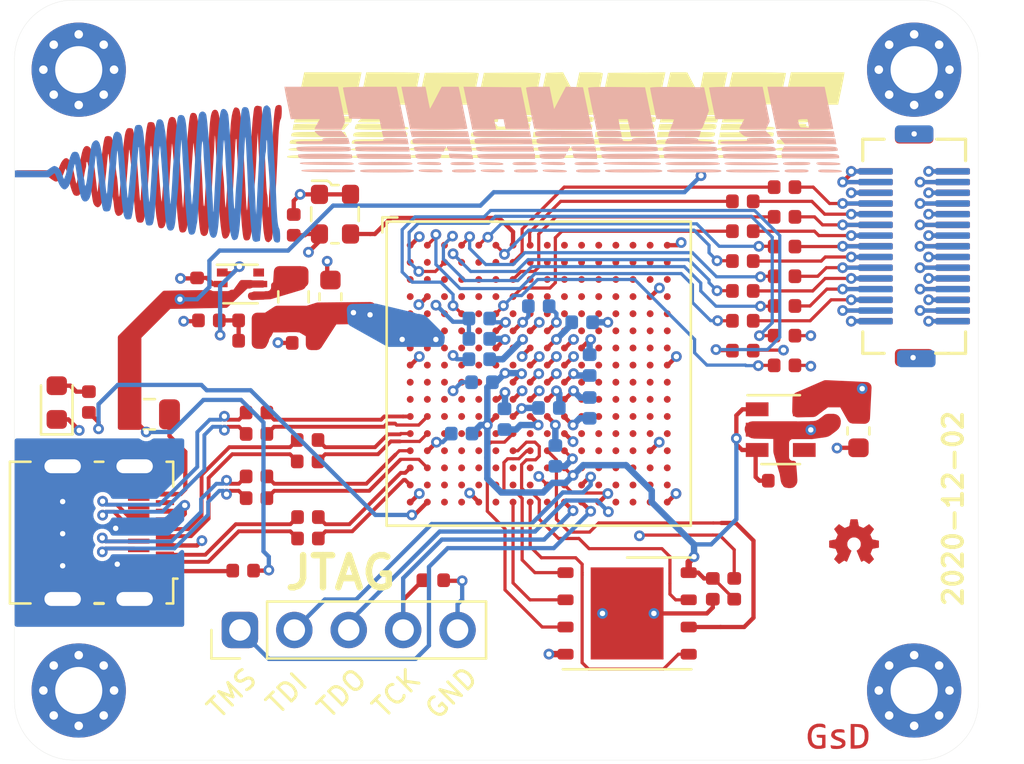
<source format=kicad_pcb>
(kicad_pcb (version 20221018) (generator pcbnew)
  (layers (0 "F.Cu" signal) (1 "In1.Cu" jumper) (2 "In2.Cu" signal) (31 "B.Cu" signal) (34 "B.Paste" user) (35 "F.Paste" user) (36 "B.SilkS" user "B.Silkscreen") (37 "F.SilkS" user "F.Silkscreen") (38 "B.Mask" user) (39 "F.Mask" user) (44 "Edge.Cuts" user))
  (net 0 "")
  (net 1 "/Connectors/ECG_VCM")
  (net 2 "/Connectors/GPIO1")
  (net 3 "/Connectors/GPIO5")
  (net 4 "/Connectors/SCL_3V3")
  (net 5 "GND")
  (net 6 "/Connectors/PMIC_nEN")
  (net 7 "/Connectors/PMIC_GPIO")
  (net 8 "/Connectors/GPIO3")
  (net 9 "/Connectors/GPIO2")
  (net 10 "/Connectors/SPI_SS0")
  (net 11 "/Connectors/SPI_COPI")
  (net 12 "/Connectors/SPI_CIPO")
  (net 13 "/Connectors/BAT+")
  (net 14 "/Connectors/ECG_P")
  (net 15 "/Connectors/ECG_N")
  (net 16 "/Connectors/SPI_SCK")
  (net 17 "/Connectors/SPI_GPIO4")
  (net 18 "/Connectors/SDA_3V3")
  (net 19 "/Connectors/LED_DAT")
  (net 20 "/Connectors/LED_CLK")
  (net 21 "/Connectors/SCL_1V8")
  (net 22 "/Connectors/SDA_1V8")
  (net 23 "/Connectors/MAX30101_INT")
  (net 24 "/Connectors/1V8")
  (net 25 "Net-(J3-Pad18)")
  (net 26 "Net-(J3-Pad16)")
  (net 27 "Net-(U2-PadK5)")
  (net 28 "Net-(U2-PadK4)")
  (net 29 "/fpga/TCK")
  (net 30 "+5V")
  (net 31 "Net-(C13-Pad2)")
  (net 32 "Net-(D1-Pad2)")
  (net 33 "Net-(J3-Pad2)")
  (net 34 "Net-(J3-Pad19)")
  (net 35 "Net-(J3-Pad17)")
  (net 36 "Net-(J3-Pad15)")
  (net 37 "/fpga/TDO")
  (net 38 "Net-(U2-PadP4)")
  (net 39 "Net-(U2-PadR3)")
  (net 40 "/fpga/TDI")
  (net 41 "+1V1")
  (net 42 "+3V3")
  (net 43 "Net-(J3-Pad1)")
  (net 44 "/fpga/TMS")
  (net 45 "/fpga/D2-")
  (net 46 "_PMIC_nEN")
  (net 47 "/fpga/_D2-")
  (net 48 "/fpga/D1-")
  (net 49 "/fpga/_D1-")
  (net 50 "/fpga/D0-")
  (net 51 "/fpga/_D0-")
  (net 52 "/fpga/CK-")
  (net 53 "/fpga/_CK-")
  (net 54 "/fpga/_D2+")
  (net 55 "_PMIC_GPIO")
  (net 56 "_GPIO3")
  (net 57 "Net-(L1-Pad1)")
  (net 58 "_GPIO2")
  (net 59 "_SPI_SS0")
  (net 60 "+2V5")
  (net 61 "Net-(U2-PadT9)")
  (net 62 "Net-(U2-PadR9)")
  (net 63 "Net-(U2-PadP9)")
  (net 64 "/fpga/D2+")
  (net 65 "Net-(U2-PadM9)")
  (net 66 "/fpga/_D1+")
  (net 67 "Net-(U2-PadR8)")
  (net 68 "Net-(U2-PadP8)")
  (net 69 "/fpga/D1+")
  (net 70 "Net-(U2-PadM8)")
  (net 71 "/fpga/_D0+")
  (net 72 "Net-(U2-PadR7)")
  (net 73 "Net-(U2-PadP7)")
  (net 74 "/fpga/D0+")
  (net 75 "/fpga/_CK+")
  (net 76 "Net-(U3-Pad6)")
  (net 77 "Net-(U2-PadE7)")
  (net 78 "Net-(U2-PadA7)")
  (net 79 "Net-(U2-PadT6)")
  (net 80 "Net-(U2-PadR6)")
  (net 81 "Net-(U2-PadP6)")
  (net 82 "Net-(U2-PadN6)")
  (net 83 "Net-(U2-PadM6)")
  (net 84 "Net-(U2-PadD6)")
  (net 85 "Net-(U2-PadC6)")
  (net 86 "Net-(U2-PadB6)")
  (net 87 "Net-(U2-PadR5)")
  (net 88 "Net-(U2-PadP5)")
  (net 89 "Net-(U2-PadN5)")
  (net 90 "Net-(U2-PadM5)")
  (net 91 "Net-(U2-PadL5)")
  (net 92 "/fpga/CK+")
  (net 93 "_SPI_COPI")
  (net 94 "_SPI_CIPO")
  (net 95 "_SPI_SCK")
  (net 96 "_SPI_GPIO4")
  (net 97 "_SDA_3V3")
  (net 98 "Net-(U2-PadT4)")
  (net 99 "Net-(U2-PadR4)")
  (net 100 "Net-(U2-PadN4)")
  (net 101 "Net-(U2-PadM4)")
  (net 102 "Net-(U2-PadL4)")
  (net 103 "_GPIO1")
  (net 104 "_GPIO5")
  (net 105 "_SCL_3V3")
  (net 106 "Net-(U2-PadT3)")
  (net 107 "Net-(U2-PadP3)")
  (net 108 "Net-(U2-PadN3)")
  (net 109 "Net-(U2-PadM3)")
  (net 110 "Net-(U2-PadL3)")
  (net 111 "Net-(U2-PadT2)")
  (net 112 "Net-(U2-PadR2)")
  (net 113 "/fpga/CFG_IO3")
  (net 114 "/fpga/CFG_CLK")
  (net 115 "/fpga/CFG_IO0")
  (net 116 "/fpga/CFG_IO2")
  (net 117 "/fpga/CFG_IO1")
  (net 118 "/fpga/CFG_CS")
  (net 119 "Net-(U4-Pad4)")
  (net 120 "Net-(U2-PadB5)")
  (net 121 "Net-(U2-PadC4)")
  (net 122 "Net-(U2-PadC5)")
  (net 123 "Net-(U2-PadD4)")
  (net 124 "Net-(U2-PadD5)")
  (net 125 "Net-(U2-PadE5)")
  (footprint "MountingHole:MountingHole_2.2mm_M2_Pad_Via" (layer "F.Cu") (at 130 80)
    (fp_text reference "H4" hide)
    (fp_text value "ECG_VCM" hide)
  )
  (footprint "MountingHole:MountingHole_2.2mm_M2_Pad_Via" (layer "F.Cu") (at 169 109)
    (fp_text reference "H3" hide)
    (fp_text value "MountingHole_Pad" hide)
  )
  (footprint "MountingHole:MountingHole_2.2mm_M2_Pad_Via" (layer "F.Cu") (at 169 80)
    (fp_text reference "H1" hide)
    (fp_text value "ECG_VCM" hide)
  )
  (footprint "MountingHole:MountingHole_2.2mm_M2_Pad_Via" (layer "F.Cu") (at 130 109)
    (fp_text reference "H2" hide)
    (fp_text value "MountingHole_Pad" hide)
  )
  (footprint "Resistor_SMD:R_0402_1005Metric" (layer "F.Cu") (at 161 91.73 180)
    (fp_text reference "R15" hide)
    (fp_text value "100R" hide)
  )
  (footprint "Resistor_SMD:R_0402_1005Metric" (layer "F.Cu") (at 160.6 104.25 -90)
    (fp_text reference "R19" hide)
    (fp_text value "2k" hide)
  )
  (footprint "Connector_PinHeader_2.54mm:PinHeader_1x05_P2.54mm_Vertical" (layer "F.Cu") (at 137.525 106.175 90)
    (fp_text reference "J4" hide)
    (fp_text value "Conn_01x05_Male" hide)
  )
  (footprint "Resistor_SMD:R_0402_1005Metric" (layer "F.Cu") (at 161 86.15 180)
    (fp_text reference "R7" hide)
    (fp_text value "100R" hide)
  )
  (footprint "Capacitor_SMD:C_0402_1005Metric" (layer "F.Cu") (at 165.175 95.95 -90)
    (fp_text reference "C12" hide)
    (fp_text value "1uF" hide)
  )
  (footprint "Capacitor_SMD:C_0402_1005Metric" (layer "F.Cu") (at 135.525 90.2125 90)
    (fp_text reference "C9" hide)
    (fp_text value "4.7uF" hide)
  )
  (footprint "Resistor_SMD:R_0402_1005Metric" (layer "F.Cu") (at 161 93.125 180)
    (fp_text reference "R17" hide)
    (fp_text value "100R" hide)
  )
  (footprint "Resistor_SMD:R_0402_1005Metric" (layer "F.Cu") (at 146.55 103.85 180)
    (fp_text reference "R5" hide)
    (fp_text value "2k" hide)
  )
  (footprint "Connector_HDMI:HDMI_Micro-D_Molex_46765-1x01" (layer "F.Cu") (at 129.25 101.625 -90)
    (fp_text reference "J3" hide)
    (fp_text value "HDMI_D_1.4" hide)
  )
  (footprint "Capacitor_SMD:C_0402_1005Metric" (layer "F.Cu") (at 138.3 100.015 180)
    (fp_text reference "C6" hide)
    (fp_text value "0.1uF" hide)
  )
  (footprint "Capacitor_SMD:C_0402_1005Metric" (layer "F.Cu") (at 140.7 100.9)
    (fp_text reference "C1" hide)
    (fp_text value "0.1uF" hide)
  )
  (footprint "Resistor_SMD:R_0402_1005Metric" (layer "F.Cu") (at 137.675 103.4)
    (fp_text reference "R4" hide)
    (fp_text value "1k" hide)
  )
  (footprint "Resistor_SMD:R_0402_1005Metric" (layer "F.Cu") (at 162.95 85.4875 180)
    (fp_text reference "R6" hide)
    (fp_text value "100R" hide)
  )
  (footprint "Capacitor_SMD:C_0603_1608Metric" (layer "F.Cu") (at 166.4 96.875 -90)
    (fp_text reference "C11" hide)
    (fp_text value "10uF" hide)
  )
  (footprint "gkl_logos:oshw_small" (layer "F.Cu") (at 166.2 102.075)
    (fp_text reference "LOGO2" hide)
    (fp_text value "Logo_Open_Hardware_Small" hide)
  )
  (footprint "Capacitor_SMD:C_0402_1005Metric" (layer "F.Cu") (at 140.45 92.7625 180)
    (fp_text reference "C15" hide)
    (fp_text value "1uF" hide)
  )
  (footprint "Resistor_SMD:R_0402_1005Metric" (layer "F.Cu") (at 162.95 89.65 180)
    (fp_text reference "R12" hide)
    (fp_text value "100R" hide)
  )
  (footprint "gkl_logos:gsd_logo_small" (layer "F.Cu") (at 165.45 111.225)
    (fp_text reference "LOGO1" hide)
    (fp_text value "Q_NMOS_GSD" hide)
  )
  (footprint "LOGO" (layer "F.Cu") (at 136.6 85.125)
    (fp_text reference "G***" hide)
    (fp_text value "LOGO" hide)
  )
  (footprint "Resistor_SMD:R_0402_1005Metric" (layer "F.Cu") (at 161 90.335 180)
    (fp_text reference "R13" hide)
    (fp_text value "100R" hide)
  )
  (footprint "Capacitor_SMD:C_0402_1005Metric" (layer "F.Cu") (at 138.3 99)
    (fp_text reference "C2" hide)
    (fp_text value "0.1uF" hide)
  )
  (footprint "Capacitor_SMD:C_0402_1005Metric" (layer "F.Cu") (at 138.3 97.015 180)
    (fp_text reference "C8" hide)
    (fp_text value "0.1uF" hide)
  )
  (footprint "Oscillator:Oscillator_SMD_ECS_2520MV-xxx-xx-4Pin_2.5x2.0mm" (layer "F.Cu") (at 141.9625 86.75)
    (fp_text reference "X1" hide)
    (fp_text value "ECS-2520MV-xxx-xx" hide)
  )
  (footprint "Capacitor_SMD:C_0402_1005Metric" (layer "F.Cu") (at 138.3 96.015)
    (fp_text reference "C4" hide)
    (fp_text value "0.1uF" hide)
  )
  (footprint "Capacitor_SMD:C_0402_1005Metric" (layer "F.Cu") (at 159.6 104.25 -90)
    (fp_text reference "C28" hide)
    (fp_text value "0.1uF" hide)
  )
  (footprint "Package_TO_SOT_SMD:SOT-666" (layer "F.Cu") (at 137.55 90.0125)
    (fp_text reference "U3" hide)
    (fp_text value "TLV62569DRL" hide)
  )
  (footprint "Fuse:Fuse_0805_2012Metric" (layer "F.Cu") (at 133.3 96.1)
    (fp_text reference "F1" hide)
    (fp_text value "50mA" hide)
  )
  (footprint "Resistor_SMD:R_0402_1005Metric" (layer "F.Cu") (at 162.95 92.425 180)
    (fp_text reference "R16" hide)
    (fp_text value "100R" hide)
  )
  (footprint "LOGO" (layer "F.Cu") (at 136.6 85.125)
    (fp_text reference "G***" hide)
    (fp_text value "LOGO" hide)
  )
  (footprint "Resistor_SMD:R_0402_1005Metric" (layer "F.Cu") (at 161 87.545 180)
    (fp_text reference "R9" hide)
    (fp_text value "100R" hide)
  )
  (footprint "Resistor_SMD:R_0402_1005Metric" (layer "F.Cu") (at 130.475 95.525 90)
    (fp_text reference "R3" hide)
    (fp_text value "2k" hide)
  )
  (footprint "LOGO" (layer "F.Cu") (at 152.725 82.125)
    (fp_text reference "G***" hide)
    (fp_text value "LOGO" hide)
  )
  (footprint "LED_SMD:LED_0603_1608Metric" (layer "F.Cu") (at 128.975 95.55 90)
    (fp_text reference "D1" hide)
    (fp_text value "YELLOW" hide)
  )
  (footprint "Inductor_SMD:L_0805_2012Metric" (layer "F.Cu") (at 140.025 90.6125 -90)
    (fp_text reference "L1" hide)
    (fp_text value "2.2uH" hide)
  )
  (footprint "Package_TO_SOT_SMD:SOT-23-5" (layer "F.Cu") (at 162.77 96.815)
    (fp_text reference "U4" hide)
    (fp_text value "AP2127K-2.5" hide)
  )
  (footprint "Resistor_SMD:R_0402_1005Metric" (layer "F.Cu") (at 162.95 91.0375 180)
    (fp_text reference "R14" hide)
    (fp_text value "100R" hide)
  )
  (footprint "Resistor_SMD:R_0402_1005Metric" (layer "F.Cu") (at 161 88.94 180)
    (fp_text reference "R11" hide)
    (fp_text value "100R" hide)
  )
  (footprint "Resistor_SMD:R_0402_1005Metric" (layer "F.Cu") (at 137.95 92.6625)
    (fp_text reference "R1" hide)
    (fp_text value "84k5" hide)
  )
  (footprint "Capacitor_SMD:C_0603_1608Metric" (layer "F.Cu") (at 141.75 90.6125 90)
    (fp_text reference "C14" hide)
    (fp_text value "10uF" hide)
  )
  (footprint "Capacitor_SMD:C_0402_1005Metric" (layer "F.Cu") (at 162.675 99.2)
    (fp_text reference "C10" hide)
    (fp_text value "4.7uF" hide)
  )
  (footprint "Resistor_SMD:R_0402_1005Metric" (layer "F.Cu") (at 162.95 93.8125 180)
    (fp_text reference "R18" hide)
    (fp_text value "100R" hide)
  )
  (footprint "Resistor_SMD:R_0402_1005Metric" (layer "F.Cu") (at 162.95 86.875 180)
    (fp_text reference "R8" hide)
    (fp_text value "100R" hide)
  )
  (footprint "Resistor_SMD:R_0402_1005Metric" (layer "F.Cu") (at 136.075 91.7125)
    (fp_text reference "R2" hide)
    (fp_text value "100k" hide)
  )
  (footprint "gsd-footprints:10132798-30" (layer "F.Cu") (at 169 88.25 -90)
    (fp_text reference "J2" hide)
    (fp_text value "Conn_02x15_Top_Bottom_MountingPin" hide)
  )
  (footprint "Capacitor_SMD:C_0402_1005Metric" (layer "F.Cu") (at 140.0375 87.25 -90)
    (fp_text reference "C29" hide)
    (fp_text value "0.1uF" hide)
  )
  (footprint "Capacitor_SMD:C_0402_1005Metric" (layer "F.Cu") (at 140.7 101.9 180)
    (fp_text reference "C5" hide)
    (fp_text value "0.1uF" hide)
  )
  (footprint "Package_SON:WSON-8-1EP_6x5mm_P1.27mm_EP3.4x4.3mm" (layer "F.Cu") (at 155.6 105.4)
    (fp_text reference "U1" hide)
    (fp_text value "W25Q32JVZP" hide)
  )
  (footprint "Capacitor_SMD:C_0402_1005Metric" (layer "F.Cu") (at 137.95 91.7125 180)
    (fp_text reference "C13" hide)
    (fp_text value "6.8pF" hide)
  )
  (footprint "Capacitor_SMD:C_0402_1005Metric" (layer "F.Cu") (at 140.685 98.3 180)
    (fp_text reference "C7" hide)
    (fp_text value "0.1uF" hide)
  )
  (footprint "Capacitor_SMD:C_0402_1005Metric" (layer "F.Cu") (at 140.685 97.3)
    (fp_text reference "C3" hide)
    (fp_text value "0.1uF" hide)
  )
  (footprint "Package_BGA:BGA-256_14.0x14.0mm_Layout16x16_P0.8mm_Ball0.45mm_Pad0.32mm_NSMD" (layer "F.Cu") (at 151.475 94.2)
    (fp_text reference "U2" hide)
    (fp_text value "ECP5U-12-CABGA256" hide)
  )
  (footprint "Resistor_SMD:R_0402_1005Metric" (layer "F.Cu") (at 162.95 88.2625 180)
    (fp_text reference "R10" hide)
    (fp_text value "100R" hide)
  )
  (footprint "Capacitor_SMD:C_0402_1005Metric" (layer "B.Cu") (at 151.475 91.05)
    (fp_text reference "C18" hide)
    (fp_text value "0.1uF" hide)
  )
  (footprint "LOGO" (layer "B.Cu") (at 136.525 84.6)
    (fp_text reference "G***" hide)
    (fp_text value "LOGO" hide)
  )
  (footprint "Capacitor_SMD:C_0402_1005Metric" (layer "B.Cu") (at 153.85 95.8 90)
    (fp_text reference "C22" hide)
    (fp_text value "0.1uF" hide)
  )
  (footprint "Capacitor_SMD:C_0402_1005Metric" (layer "B.Cu") (at 148.7 92.575 180)
    (fp_text reference "C26" hide)
    (fp_text value "0.1uF" hide)
  )
  (footprint "Capacitor_SMD:C_0402_1005Metric" (layer "B.Cu") (at 148.7 91.625 180)
    (fp_text reference "C19" hide)
    (fp_text value "0.1uF" hide)
  )
  (footprint "Capacitor_SMD:C_0402_1005Metric" (layer "B.Cu") (at 151.95 95.8)
    (fp_text reference "C20" hide)
    (fp_text value "0.1uF" hide)
  )
  (footprint "LOGO" (layer "B.Cu") (at 152.625 82.8 180)
    (fp_text reference "G***" hide)
    (fp_text value "LOGO" hide)
  )
  (footprint "Capacitor_SMD:C_0402_1005Metric" (layer "B.Cu") (at 148.825 94.6 180)
    (fp_text reference "C16" hide)
    (fp_text value "0.1uF" hide)
  )
  (footprint "LOGO" (layer "B.Cu") (at 136.525 84.6)
    (fp_text reference "G***" hide)
    (fp_text value "LOGO" hide)
  )
  (footprint "Capacitor_SMD:C_0402_1005Metric" (layer "B.Cu") (at 153.5 91.8)
    (fp_text reference "C27" hide)
    (fp_text value "0.1uF" hide)
  )
  (footprint "Capacitor_SMD:C_0402_1005Metric" (layer "B.Cu") (at 149.875 96.325 90)
    (fp_text reference "C23" hide)
    (fp_text value "0.1uF" hide)
  )
  (footprint "Capacitor_SMD:C_0402_1005Metric" (layer "B.Cu") (at 148.7 93.525 180)
    (fp_text reference "C24" hide)
    (fp_text value "0.1uF" hide)
  )
  (footprint "Capacitor_SMD:C_0402_1005Metric" (layer "B.Cu") (at 147.875 97 180)
    (fp_text reference "C17" hide)
    (fp_text value "0.1uF" hide)
  )
  (footprint "gsd-footprints:10132797-035100LF" (layer "B.Cu") (at 173.9 82.25 -90)
    (fp_text reference "J1" hide)
    (fp_text value "Conn_02x15_Top_Bottom_MountingPin" hide)
  )
  (footprint "Capacitor_SMD:C_0402_1005Metric" (layer "B.Cu") (at 152.25 98.04 -90)
    (fp_text reference "C25" hide)
    (fp_text value "0.1uF" hide)
  )
  (footprint "Capacitor_SMD:C_0402_1005Metric" (layer "B.Cu") (at 153.85 93.8 -90)
    (fp_text reference "C21" hide)
    (fp_text value "0.1uF" hide)
  )
  (gr_line (start 129.75 76.75) (end 169.25 76.75) (stroke (width 0.01)) (layer "Edge.Cuts"))
  (gr_arc (start 172 109.5) (mid 171.194544 111.444544) (end 169.25 112.25) (stroke (width 0.01)) (layer "Edge.Cuts"))
  (gr_arc (start 169.25 76.75) (mid 171.194544 77.555456) (end 172 79.5) (stroke (width 0.01)) (layer "Edge.Cuts"))
  (gr_line (start 127 109.5) (end 127 79.5) (stroke (width 0.01)) (layer "Edge.Cuts"))
  (gr_line (start 172 79.5) (end 172 109.5) (stroke (width 0.01)) (layer "Edge.Cuts"))
  (gr_arc (start 129.75 112.25) (mid 127.805456 111.444544) (end 127 109.5) (stroke (width 0.01)) (layer "Edge.Cuts"))
  (gr_line (start 129.75 112.25) (end 169.25 112.25) (stroke (width 0.01)) (layer "Edge.Cuts"))
  (gr_arc (start 127 79.5) (mid 127.805456 77.555456) (end 129.75 76.75) (stroke (width 0.01)) (layer "Edge.Cuts"))
  (gr_text "TDI" (at 139.715869 109.124999 45) (layer "F.SilkS") (effects (font (size 0.9 0.9) (thickness 0.14))))
  (gr_text "TCK" (at 144.834131 109.124999 45) (layer "F.SilkS") (effects (font (size 0.9 0.9) (thickness 0.14))))
  (gr_text "JTAG" (at 142.225 103.5) (layer "F.SilkS") (effects (font (size 1.5 1.5) (thickness 0.3))))
  (gr_text "TMS" (at 137.156738 109.125 45) (layer "F.SilkS") (effects (font (size 0.9 0.9) (thickness 0.14))))
  (gr_text "2020-12-02" (at 170.825 100.5 90) (layer "F.SilkS") (effects (font (size 0.9 0.9) (thickness 0.18))))
  (gr_text "TDO" (at 142.275 109.125 45) (layer "F.SilkS") (effects (font (size 0.9 0.9) (thickness 0.14))))
  (gr_text "GND" (at 147.393262 109.125 45) (layer "F.SilkS") (effects (font (size 0.9 0.9) (thickness 0.14))))
  (segment (start 167.1875 91.75) (end 166.0625 91.75) (width 0.2) (layer "F.Cu") (net 1))
  (via (at 166.0625 91.75) (size 0.5) (drill 0.25) (layers "F.Cu" "B.Cu") (net 1))
  (segment (start 167.1875 91.75) (end 166.0625 91.75) (width 0.2) (layer "B.Cu") (net 1))
  (segment (start 163.435 92.425) (end 164.175 92.425) (width 0.15) (layer "F.Cu") (net 2))
  (segment (start 170.8 89.25) (end 169.275 89.25) (width 0.2) (layer "F.Cu") (net 2))
  (via (at 164.175 92.425) (size 0.5) (drill 0.25) (layers "F.Cu" "B.Cu") (net 2))
  (via (at 169.275 89.25) (size 0.5) (drill 0.25) (layers "F.Cu" "B.Cu") (net 2))
  (segment (start 170.8 89.25) (end 169.275 89.25) (width 0.2) (layer "B.Cu") (net 2))
  (segment (start 162.9 93.1) (end 161.51 93.1) (width 0.15) (layer "F.Cu") (net 3))
  (segment (start 161.51 93.1) (end 161.485 93.125) (width 0.15) (layer "F.Cu") (net 3))
  (segment (start 170.8 89.75) (end 169.675 89.75) (width 0.2) (layer "F.Cu") (net 3))
  (via (at 162.9 93.1) (size 0.5) (drill 0.25) (layers "F.Cu" "B.Cu") (net 3))
  (via (at 169.675 89.75) (size 0.5) (drill 0.25) (layers "F.Cu" "B.Cu") (net 3))
  (segment (start 170.8 89.75) (end 169.675 89.75) (width 0.2) (layer "B.Cu") (net 3))
  (segment (start 170.8 90.25) (end 169.275 90.25) (width 0.2) (layer "F.Cu") (net 4))
  (segment (start 163.435 93.8125) (end 164.1375 93.8125) (width 0.15) (layer "F.Cu") (net 4))
  (segment (start 164.1375 93.8125) (end 164.175 93.85) (width 0.15) (layer "F.Cu") (net 4))
  (via (at 169.275 90.25) (size 0.5) (drill 0.25) (layers "F.Cu" "B.Cu") (net 4))
  (via (at 164.175 93.85) (size 0.5) (drill 0.25) (layers "F.Cu" "B.Cu") (net 4))
  (segment (start 170.8 90.25) (end 169.275 90.25) (width 0.2) (layer "B.Cu") (net 4))
  (segment (start 154.675 99.775) (end 154.7 99.8) (width 0.15) (layer "F.Cu") (net 5))
  (segment (start 131.925 101.625) (end 131.725 101.425) (width 0.2) (layer "F.Cu") (net 5))
  (segment (start 135.615 91.7125) (end 135.5775 91.75) (width 0.2) (layer "F.Cu") (net 5))
  (segment (start 161.67 96.815) (end 161.68 96.825) (width 0.2) (layer "F.Cu") (net 5))
  (segment (start 149.575 95.4) (end 149.475 95.4) (width 0.2) (layer "F.Cu") (net 5))
  (segment (start 158.125 88.075) (end 158 88.2) (width 0.2) (layer "F.Cu") (net 5))
  (segment (start 135.9775 89.7275) (end 136.2625 90.0125) (width 0.2) (layer "F.Cu") (net 5))
  (segment (start 134.75 89.75) (end 135.6275 89.75) (width 0.2) (layer "F.Cu") (net 5))
  (segment (start 145.875 90.975) (end 145.9 90.975) (width 0.2) (layer "F.Cu") (net 5))
  (segment (start 151.9 94.6) (end 152.3 94.2) (width 0.2) (layer "F.Cu") (net 5))
  (segment (start 145.475 93.8) (end 145.5 93.8) (width 0.2) (layer "F.Cu") (net 5))
  (segment (start 162.825 98.225) (end 162.825 96.825) (width 0.2) (layer "F.Cu") (net 5))
  (segment (start 151.075 94.6) (end 151.475 94.2) (width 0.2) (layer "F.Cu") (net 5))
  (segment (start 146.3 97.8) (end 146.7 97.4) (width 0.2) (layer "F.Cu") (net 5))
  (segment (start 140.5525 87.735) (end 140.6125 87.675) (width 0.2) (layer "F.Cu") (net 5))
  (segment (start 165.4125 97.662501) (end 165.4 97.675) (width 0.2) (layer "F.Cu") (net 5))
  (segment (start 163.16 98.56) (end 162.825 98.225) (width 0.2) (layer "F.Cu") (net 5))
  (segment (start 150.7 93.375) (end 151.075 93) (width 0.2) (layer "F.Cu") (net 5))
  (segment (start 135.525 102.225) (end 135.75 102) (width 0.2) (layer "F.Cu") (net 5))
  (segment (start 161.68 96.825) (end 162.825 96.825) (width 0.2) (layer "F.Cu") (net 5))
  (segment (start 170.8 90.75) (end 169.675 90.75) (width 0.2) (layer "F.Cu") (net 5))
  (segment (start 152.7 93.8) (end 153.1 93.4) (width 0.2) (layer "F.Cu") (net 5))
  (segment (start 167.1875 85.75) (end 166.0625 85.75) (width 0.2) (layer "F.Cu") (net 5))
  (segment (start 170.8 86.25) (end 169.275 86.25) (width 0.2) (layer "F.Cu") (net 5))
  (segment (start 135.5775 91.75) (end 134.9 91.75) (width 0.2) (layer "F.Cu") (net 5))
  (segment (start 159.6 105.125) (end 159.325 105.4) (width 0.2) (layer "F.Cu") (net 5))
  (segment (start 154.275 100.2) (end 154.3 100.2) (width 0.2) (layer "F.Cu") (net 5))
  (segment (start 166.4 97.662501) (end 165.4125 97.662501) (width 0.2) (layer "F.Cu") (net 5))
  (segment (start 145.475 88.2) (end 145.5 88.2) (width 0.2) (layer "F.Cu") (net 5))
  (segment (start 149.9 95.075) (end 149.575 95.4) (width 0.2) (layer "F.Cu") (net 5))
  (segment (start 167.1875 91.25) (end 165.6625 91.25) (width 0.2) (layer "F.Cu") (net 5))
  (segment (start 157.475 93.8) (end 157.5 93.8) (width 0.2) (layer "F.Cu") (net 5))
  (segment (start 151.075 92.2) (end 151.1 92.2) (width 0.2) (layer "F.Cu") (net 5))
  (segment (start 151.05 94.6) (end 151.075 94.6) (width 0.2) (layer "F.Cu") (net 5))
  (segment (start 151.1 92.2) (end 151.5 91.8) (width 0.2) (layer "F.Cu") (net 5))
  (segment (start 141.2375 88.0125) (end 141.2375 87.675) (width 0.2) (layer "F.Cu") (net 5))
  (segment (start 159.325 105.4) (end 156.85 105.4) (width 0.2) (layer "F.Cu") (net 5))
  (segment (start 152.7 95.4) (end 153.1 95) (width 0.2) (layer "F.Cu") (net 5))
  (segment (start 128.975 96.3375) (end 129.5125 96.3375) (width 0.2) (layer "F.Cu") (net 5))
  (segment (start 140.725 88.525) (end 141.2375 88.0125) (width 0.2) (layer "F.Cu") (net 5))
  (segment (start 165.175 96.435) (end 164.785 96.825) (width 0.2) (layer "F.Cu") (net 5))
  (segment (start 135.65 89.7275) (end 135.9775 89.7275) (width 0.2) (layer "F.Cu") (net 5))
  (segment (start 145.5 93.8) (end 145.9 93.4) (width 0.2) (layer "F.Cu") (net 5))
  (segment (start 146.275 97.8) (end 146.3 97.8) (width 0.2) (layer "F.Cu") (net 5))
  (segment (start 151.875 95.4) (end 151.9 95.4) (width 0.2) (layer "F.Cu") (net 5))
  (segment (start 158 88.2) (end 157.475 88.2) (width 0.2) (layer "F.Cu") (net 5))
  (segment (start 150.7 93.4) (end 150.7 93.375) (width 0.2) (layer "F.Cu") (net 5))
  (segment (start 157.5 93.8) (end 157.9 93.4) (width 0.2) (layer "F.Cu") (net 5))
  (segment (start 151.1 95.4) (end 151.5 95) (width 0.2) (layer "F.Cu") (net 5))
  (segment (start 152.675 97.8) (end 153.05 98.175) (width 0.15) (layer "F.Cu") (net 5))
  (segment (start 145.475 100.2) (end 145.5 100.2) (width 0.2) (layer "F.Cu") (net 5))
  (segment (start 151.875 93.8) (end 151.9 93.8) (width 0.2) (layer "F.Cu") (net 5))
  (segment (start 152.7 93) (end 153.1 92.6) (width 0.2) (layer "F.Cu") (net 5))
  (segment (start 134.025 102.225) (end 135.525 102.225) (width 0.2) (layer "F.Cu") (net 5))
  (segment (start 139.3125 92.7625) (end 139.3 92.75) (width 0.2) (layer "F.Cu") (net 5))
  (segment (start 152.675 94.6) (end 152.7 94.6) (width 0.2) (layer "F.Cu") (net 5))
  (segment (start 156.675 97.8) (end 156.7 97.8) (width 0.2) (layer "F.Cu") (net 5))
  (segment (start 139.965 92.7625) (end 139.3125 92.7625) (width 0.2) (layer "F.Cu") (net 5))
  (segment (start 151.875 94.6) (end 151.9 94.6) (width 0.2) (layer "F.Cu") (net 5))
  (segment (start 152.675 93) (end 152.7 93) (width 0.2) (layer "F.Cu") (net 5))
  (segment (start 140.6125 87.675) (end 141.2375 87.675) (width 0.2) (layer "F.Cu") (net 5))
  (segment (start 152.7 94.6) (end 153.1 94.2) (width 0.2) (layer "F.Cu") (net 5))
  (segment (start 134.025 101.025) (end 134.675 101.025) (width 0.2) (layer "F.Cu") (net 5))
  (segment (start 156.683033 90.598744) (end 156.708033 90.598744) (width 0.2) (layer "F.Cu") (net 5))
  (segment (start 156.7 97.8) (end 157.1 97.4) (width 0.2) (layer "F.Cu") (net 5))
  (segment (start 152.675 93.8) (end 152.7 93.8) (width 0.2) (layer "F.Cu") (net 5))
  (segment (start 145.5 88.2) (end 145.9 87.8) (width 0.2) (layer "F.Cu") (net 5))
  (segment (start 150.3 95.4) (end 150.7 95) (width 0.2) (layer "F.Cu") (net 5))
  (segment (start 151.9 95.4) (end 152.3 95) (width 0.2) (layer "F.Cu") (net 5))
  (segment (start 147.035 103.85) (end 147.06 103.875) (width 0.2) (layer "F.Cu") (net 5))
  (segment (start 151.075 93.8) (end 151.1 93.8) (width 0.2) (layer "F.Cu") (net 5))
  (segment (start 163.16 99.2) (end 163.16 98.56) (width 0.2) (layer "F.Cu") (net 5))
  (segment (start 151.9 93.8) (end 152.3 93.4) (width 0.2) (layer "F.Cu") (net 5))
  (segment (start 150.275 95.4) (end 150.3 95.4) (width 0.2) (layer "F.Cu") (net 5))
  (segment (start 132.8 102.825) (end 132.075 102.825) (width 0.2) (layer "F.Cu") (net 5))
  (segment (start 164.785 96.825) (end 164.175 96.825) (width 0.2) (layer "F.Cu") (net 5))
  (segment (start 145.9 90.975) (end 146.275 90.6) (width 0.2) (layer "F.Cu") (net 5))
  (segment (start 141.6 89.825) (end 141.6 88.95) (width 0.2) (layer "F.Cu") (net 5))
  (segment (start 152.725 107.305) (end 152.72 107.3) (width 0.3) (layer "F.Cu") (net 5))
  (segment (start 153.05 99.775) (end 154.675 99.775) (width 0.15) (layer "F.Cu") (net 5))
  (segment (start 129.5125 96.3375) (end 130.025 96.85) (width 0.2) (layer "F.Cu") (net 5))
  (segment (start 151.1 93.8) (end 151.5 93.4) (width 0.2) (layer "F.Cu") (net 5))
  (segment (start 132.075 102.825) (end 131.8 103.1) (width 0.2) (layer "F.Cu") (net 5))
  (segment (start 134.95 100.75) (end 134.95 100.35) (width 0.2) (layer "F.Cu") (net 5))
  (segment (start 156.708033 90.598744) (end 157.108033 90.198744) (width 0.2) (layer "F.Cu") (net 5))
  (segment (start 157.483843 100.201973) (end 157.883843 99.801973) (width 0.2) (layer "F.Cu") (net 5))
  (segment (start 152.72 107.3) (end 151.95 107.3) (width 0.3) (layer "F.Cu") (net 5))
  (segment (start 135.6275 89.75) (end 135.65 89.7275) (width 0.2) (layer "F.Cu") (net 5))
  (segment (start 152.675 99.4) (end 153.05 99.775) (width 0.15) (layer "F.Cu") (net 5))
  (segment (start 140.0375 87.735) (end 140.5525 87.735) (width 0.2) (layer "F.Cu") (net 5))
  (segment (start 159.6 104.735) (end 159.6 105.125) (width 0.2) (layer "F.Cu") (net 5))
  (segment (start 154.3 100.2) (end 154.7 99.8) (width 0.2) (layer "F.Cu") (net 5))
  (segment (start 134.675 101.025) (end 134.95 100.75) (width 0.2) (layer "F.Cu") (net 5))
  (segment (start 147.06 103.875) (end 147.9 103.875) (width 0.2) (layer "F.Cu") (net 5))
  (segment (start 148.25 99.775) (end 148.675 100.2) (width 0.2) (layer "F.Cu") (net 5))
  (segment (start 145.5 100.2) (end 145.9 99.8) (width 0.2) (layer "F.Cu") (net 5))
  (segment (start 162.825 96.825) (end 164.175 96.825) (width 0.2) (layer "F.Cu") (net 5))
  (segment (start 151.9 92.2) (end 152.3 91.8) (width 0.2) (layer "F.Cu") (net 5))
  (segment (start 152.675 95.4) (end 152.7 95.4) (width 0.2) (layer "F.Cu") (net 5))
  (segment (start 151.875 92.2) (end 151.9 92.2) (width 0.2) (layer "F.Cu") (net 5))
  (segment (start 132.8 101.625) (end 131.925 101.625) (width 0.2) (layer "F.Cu") (net 5))
  (segment (start 151.075 95.4) (end 151.1 95.4) (width 0.2) (layer "F.Cu") (net 5))
  (segment (start 157.458843 100.201973) (end 157.483843 100.201973) (width 0.2) (layer "F.Cu") (net 5))
  (segment (start 136.2625 90.0125) (end 136.8 90.0125) (width 0.2) (layer "F.Cu") (net 5))
  (via (at 157.108033 90.198744) (size 0.5) (drill 0.25) (layers "F.Cu" "B.Cu") (net 5))
  (via (at 151.5 95) (size 0.5) (drill 0.25) (layers "F.Cu" "B.Cu") (net 5))
  (via (at 145.9 93.4) (size 0.5) (drill 0.25) (layers "F.Cu" "B.Cu") (net 5))
  (via (at 157.1 97.4) (size 0.5) (drill 0.25) (layers "F.Cu" "B.Cu") (net 5))
  (via (at 146.675 91) (size 0.5) (drill 0.25) (layers "F.Cu" "B.Cu") (net 5))
  (via (at 154.7 91.8) (size 0.5) (drill 0.25) (layers "F.Cu" "B.Cu") (net 5))
  (via (at 152.3 91.8) (size 0.5) (drill 0.25) (layers "F.Cu" "B.Cu") (net 5))
  (via (at 129.25 101.675) (size 0.5) (drill 0.25) (layers "F.Cu" "B.Cu") (net 5))
  (via (at 129.25 103.175) (size 0.5) (drill 0.25) (layers "F.Cu" "B.Cu") (net 5))
  (via (at 166.0625 85.75) (size 0.5) (drill 0.25) (layers "F.Cu" "B.Cu") (net 5))
  (via (at 151.5 93.4) (size 0.5) (drill 0.25) (layers "F.Cu" "B.Cu") (net 5))
  (via (at 151.95 107.3) (size 0.5) (drill 0.25) (layers "F.Cu" "B.Cu") (net 5))
  (via (at 147.9 103.875) (size 0.5) (drill 0.25) (layers "F.Cu" "B.Cu") (net 5))
  (via (at 157.9 93.4) (size 0.5) (drill 0.25) (layers "F.Cu" "B.Cu") (net 5))
  (via (at 129.25 100.175) (size 0.5) (drill 0.25) (layers "F.Cu" "B.Cu") (net 5))
  (via (at 153.1 94.2) (size 0.5) (drill 0.25) (layers "F.Cu" "B.Cu") (net 5))
  (via (at 151.5 91.8) (size 0.5) (drill 0.25) (layers "F.Cu" "B.Cu") (net 5))
  (via (at 130.025 96.85) (size 0.5) (drill 0.25) (layers "F.Cu" "B.Cu") (net 5))
  (via (at 152.3 95) (size 0.5) (drill 0.25) (layers "F.Cu" "B.Cu") (net 5))
  (via (at 140.725 88.525) (size 0.5) (drill 0.25) (layers "F.Cu" "B.Cu") (net 5))
  (via (at 141.6 88.95) (size 0.5) (drill 0.25) (layers "F.Cu" "B.Cu") (net 5))
  (via (at 169.275 86.25) (size 0.5) (drill 0.25) (layers "F.Cu" "B.Cu") (net 5))
  (via (at 158.125 88.075) (size 0.5) (drill 0.25) (layers "F.Cu" "B.Cu") (net 5))
  (via (at 154.7 99.8) (size 0.5) (drill 0.25) (layers "F.Cu" "B.Cu") (net 5))
  (via (at 134.75 89.75) (size 0.5) (drill 0.25) (layers "F.Cu" "B.Cu") (net 5))
  (via (at 145.875 90.975) (size 0.5) (drill 0.25) (layers "F.Cu" "B.Cu") (net 5))
  (via (at 145.9 99.8) (size 0.5) (drill 0.25) (layers "F.Cu" "B.Cu") (net 5))
  (via (at 154.45 105.4) (size 0.5) (drill 0.25) (layers "F.Cu" "B.Cu") (net 5))
  (via (at 149.9 95.075) (size 0.5) (drill 0.25) (layers "F.Cu" "B.Cu") (net 5))
  (via (at 139.3 92.75) (size 0.5) (drill 0.25) (layers "F.Cu" "B.Cu") (net 5))
  (via (at 152.3 93.4) (size 0.5) (drill 0.25) (layers "F.Cu" "B.Cu") (net 5))
  (via (at 134.9 91.75) (size 0.5) (drill 0.25) (layers "F.Cu" "B.Cu") (net 5))
  (via (at 134.95 100.35) (size 0.5) (drill 0.25) (layers "F.Cu" "B.Cu") (net 5))
  (via (at 147.475 93.35) (size 0.5) (drill 0.25) (layers "F.Cu" "B.Cu") (net 5))
  (via (at 151.475 94.2) (size 0.5) (drill 0.25) (layers "F.Cu" "B.Cu") (net 5))
  (via (at 148.25 99.775) (size 0.5) (drill 0.25) (layers "F.Cu" "B.Cu") (net 5))
  (via (at 165.4 97.675) (size 0.5) (drill 0.25) (layers "F.Cu" "B.Cu") (net 5))
  (via (at 169.675 90.75) (size 0.5) (drill 0.25) (layers "F.Cu" "B.Cu") (net 5))
  (via (at 146.7 97.4) (size 0.5) (drill 0.25) (layers "F.Cu" "B.Cu") (net 5))
  (via (at 131.8 103.1) (size 0.5) (drill 0.25) (layers "F.Cu" "B.Cu") (net 5))
  (via (at 150.7 95) (size 0.5) (drill 0.25) (layers "F.Cu" "B.Cu") (net 5))
  (via (at 135.75 102) (size 0.5) (drill 0.25) (layers "F.Cu" "B.Cu") (net 5))
  (via (at 131.725 101.425) (size 0.5) (drill 0.25) (layers "F.Cu" "B.Cu") (net 5))
  (via (at 164.175 96.825) (size 0.5) (drill 0.25) (layers "F.Cu" "B.Cu") (net 5))
  (via (at 150.7 93.4) (size 0.5) (drill 0.25) (layers "F.Cu" "B.Cu") (net 5))
  (via (at 153.1 95) (size 0.5) (drill 0.25) (layers "F.Cu" "B.Cu") (net 5))
  (via (at 152.3 94.2) (size 0.5) (drill 0.25) (layers "F.Cu" "B.Cu") (net 5))
  (via (at 153.1 93.4) (size 0.5) (drill 0.25) (layers "F.Cu" "B.Cu") (net 5))
  (via (at 153.05 98.175) (size 0.5) (drill 0.25) (layers "F.Cu" "B.Cu") (net 5))
  (via (at 169 83) (size 0.5) (drill 0.25) (layers "F.Cu" "B.Cu") (net 5))
  (via (at 168.95 93.45) (size 0.5) (drill 0.25) (layers "F.Cu" "B.Cu") (net 5))
  (via (at 157.883843 99.801973) (size 0.5) (drill 0.25) (layers "F.Cu" "B.Cu") (net 5))
  (via (at 145.9 87.8) (size 0.5) (drill 0.25) (layers "F.Cu" "B.Cu") (net 5))
  (via (at 147.475 95) (size 0.5) (drill 0.25) (layers "F.Cu" "B.Cu") (net 5))
  (via (at 156.85 105.4) (size 0.5) (drill 0.25) (layers "F.Cu" "B.Cu") (net 5))
  (via (at 153.1 92.6) (size 0.5) (drill 0.25) (layers "F.Cu" "B.Cu") (net 5))
  (via (at 165.6625 91.25) (size 0.5) (drill 0.25) (layers "F.Cu" "B.Cu") (net 5))
  (segment (start 152.3 91.39) (end 152.3 91.8) (width 0.2) (layer "B.Cu") (net 5))
  (segment (start 146.7 91) (end 147.475 91.775) (width 0.2) (layer "B.Cu") (net 5))
  (segment (start 129.25 101.675) (end 129.25 100.175) (width 0.2) (layer "B.Cu") (net 5))
  (segment (start 153.985 91.8) (end 154.7 91.8) (width 0.3) (layer "B.Cu") (net 5))
  (segment (start 147.875 94.6) (end 147.475 95) (width 0.2) (layer "B.Cu") (net 5))
  (segment (start 170.8 90.75) (end 169.675 90.75) (width 0.2) (layer "B.Cu") (net 5))
  (segment (start 147.65 93.525) (end 147.475 93.35) (width 0.2) (layer "B.Cu") (net 5))
  (segment (start 167.1875 85.75) (end 166.0625 85.75) (width 0.2) (layer "B.Cu") (net 5))
  (segment (start 146.99 97.4) (end 146.7 97.4) (width 0.2) (layer "B.Cu") (net 5))
  (segment (start 152.435 95.8) (end 152.435 95.135) (width 0.3) (layer "B.Cu") (net 5))
  (segment (start 152.435 95.135) (end 152.3 95) (width 0.3) (layer "B.Cu") (net 5))
  (segment (start 147.685 104.965) (end 147.9 104.75) (width 0.2) (layer "B.Cu") (net 5))
  (segment (start 132.61 104.725) (end 129.25 104.725) (width 0.2) (layer "B.Cu") (net 5))
  (segment (start 148.34 94.6) (end 147.875 94.6) (width 0.2) (layer "B.Cu") (net 5))
  (segment (start 147.39 97) (end 146.99 97.4) (width 0.2) (layer "B.Cu") (net 5))
  (segment (start 167.1875 91.25) (end 165.6625 91.25) (width 0.2) (layer "B.Cu") (net 5))
  (segment (start 146.675 91) (end 146.7 91) (width 0.2) (layer "B.Cu") (net 5))
  (segment (start 147.685 106.175) (end 147.685 104.965) (width 0.2) (layer "B.Cu") (net 5))
  (segment (start 152.7 98.525) (end 153.05 98.175) (width 0.3) (layer "B.Cu") (net 5))
  (segment (start 149.9 95.815) (end 149.9 95.075) (width 0.3) (layer "B.Cu") (net 5))
  (segment (start 151.96 91.05) (end 152.3 91.39) (width 0.2) (layer "B.Cu") (net 5))
  (segment (start 153.185 94.285) (end 153.1 94.2) (width 0.3) (layer "B.Cu") (net 5))
  (segment (start 153.415 95.315) (end 153.1 95) (width 0.3) (layer "B.Cu") (net 5))
  (segment (start 153.85 95.315) (end 153.415 95.315) (width 0.3) (layer "B.Cu") (net 5))
  (segment (start 149.875 95.84) (end 149.9 95.815) (width 0.3) (layer "B.Cu") (net 5))
  (segment (start 170.8 86.25) (end 169.275 86.25) (width 0.2) (layer "B.Cu") (net 5))
  (segment (start 129.25 103.175) (end 129.25 101.675) (width 0.2) (layer "B.Cu") (net 5))
  (segment (start 147.475 91.775) (end 148.215 91.775) (width 0.2) (layer "B.Cu") (net 5))
  (segment (start 153.85 94.285) (end 153.185 94.285) (width 0.3) (layer "B.Cu") (net 5))
  (segment (start 152.25 98.525) (end 152.7 98.525) (width 0.3) (layer "B.Cu") (net 5))
  (segment (start 147.9 104.75) (end 147.9 103.875) (width 0.2) (layer "B.Cu") (net 5))
  (segment (start 129.25 100.175) (end 129.25 98.525) (width 0.2) (layer "B.Cu") (net 5))
  (segment (start 148.215 92.575) (end 148.215 91.625) (width 0.2) (layer "B.Cu") (net 5))
  (segment (start 129.25 98.525) (end 132.61 98.525) (width 0.2) (layer "B.Cu") (net 5))
  (segment (start 148.215 93.525) (end 147.65 93.525) (width 0.2) (layer "B.Cu") (net 5))
  (segment (start 129.25 104.725) (end 129.25 103.175) (width 0.2) (layer "B.Cu") (net 5))
  (segment (start 165.05 86.25) (end 165.6625 86.25) (width 0.15) (layer "F.Cu") (net 6))
  (segment (start 167.1875 86.25) (end 165.6625 86.25) (width 0.2) (layer "F.Cu") (net 6))
  (segment (start 163.435 85.4875) (end 164.2875 85.4875) (width 0.15) (layer "F.Cu") (net 6))
  (segment (start 164.2875 85.4875) (end 165.05 86.25) (width 0.15) (layer "F.Cu") (net 6))
  (via (at 165.6625 86.25) (size 0.5) (drill 0.25) (layers "F.Cu" "B.Cu") (net 6))
  (segment (start 167.1875 86.25) (end 165.6625 86.25) (width 0.2) (layer "B.Cu") (net 6))
  (segment (start 164.225 86.15) (end 164.825 86.75) (width 0.15) (layer "F.Cu") (net 7))
  (segment (start 167.1875 86.75) (end 166.0625 86.75) (width 0.2) (layer "F.Cu") (net 7))
  (segment (start 164.825 86.75) (end 166.0625 86.75) (width 0.15) (layer "F.Cu") (net 7))
  (segment (start 161.485 86.15) (end 164.225 86.15) (width 0.15) (layer "F.Cu") (net 7))
  (via (at 166.0625 86.75) (size 0.5) (drill 0.25) (layers "F.Cu" "B.Cu") (net 7))
  (segment (start 167.1875 86.75) (end 166.0625 86.75) (width 0.2) (layer "B.Cu") (net 7))
  (segment (start 167.1875 87.25) (end 165.6625 87.25) (width 0.2) (layer "F.Cu") (net 8))
  (segment (start 164.35 86.875) (end 164.725 87.25) (width 0.15) (layer "F.Cu") (net 8))
  (segment (start 163.435 86.875) (end 164.35 86.875) (width 0.15) (layer "F.Cu") (net 8))
  (segment (start 164.725 87.25) (end 165.6625 87.25) (width 0.15) (layer "F.Cu") (net 8))
  (via (at 165.6625 87.25) (size 0.5) (drill 0.25) (layers "F.Cu" "B.Cu") (net 8))
  (segment (start 167.1875 87.25) (end 165.6625 87.25) (width 0.2) (layer "B.Cu") (net 8))
  (segment (start 167.1875 87.75) (end 166.0625 87.75) (width 0.2) (layer "F.Cu") (net 9))
  (segment (start 164.55 87.75) (end 166.0625 87.75) (width 0.15) (layer "F.Cu") (net 9))
  (segment (start 161.485 87.545) (end 164.345 87.545) (width 0.15) (layer "F.Cu") (net 9))
  (segment (start 164.345 87.545) (end 164.55 87.75) (width 0.15) (layer "F.Cu") (net 9))
  (via (at 166.0625 87.75) (size 0.5) (drill 0.25) (layers "F.Cu" "B.Cu") (net 9))
  (segment (start 167.1875 87.75) (end 166.0625 87.75) (width 0.2) (layer "B.Cu") (net 9))
  (segment (start 163.435 88.2625) (end 165.65 88.2625) (width 0.15) (layer "F.Cu") (net 10))
  (segment (start 167.1875 88.25) (end 165.6625 88.25) (width 0.2) (layer "F.Cu") (net 10))
  (segment (start 165.65 88.2625) (end 165.6625 88.25) (width 0.15) (layer "F.Cu") (net 10))
  (via (at 165.6625 88.25) (size 0.5) (drill 0.25) (layers "F.Cu" "B.Cu") (net 10))
  (segment (start 167.1875 88.25) (end 165.6625 88.25) (width 0.2) (layer "B.Cu") (net 10))
  (segment (start 164.85 88.75) (end 166.0625 88.75) (width 0.15) (layer "F.Cu") (net 11))
  (segment (start 161.485 88.94) (end 164.66 88.94) (width 0.15) (layer "F.Cu") (net 11))
  (segment (start 167.1875 88.75) (end 166.0625 88.75) (width 0.2) (layer "F.Cu") (net 11))
  (segment (start 164.66 88.94) (end 164.85 88.75) (width 0.15) (layer "F.Cu") (net 11))
  (via (at 166.0625 88.75) (size 0.5) (drill 0.25) (layers "F.Cu" "B.Cu") (net 11))
  (segment (start 167.1875 88.75) (end 166.0625 88.75) (width 0.2) (layer "B.Cu") (net 11))
  (segment (start 164.9 89.25) (end 165.6625 89.25) (width 0.15) (layer "F.Cu") (net 12))
  (segment (start 167.1875 89.25) (end 165.6625 89.25) (width 0.2) (layer "F.Cu") (net 12))
  (segment (start 164.5 89.65) (end 164.9 89.25) (width 0.15) (layer "F.Cu") (net 12))
  (segment (start 163.435 89.65) (end 164.5 89.65) (width 0.15) (layer "F.Cu") (net 12))
  (via (at 165.6625 89.25) (size 0.5) (drill 0.25) (layers "F.Cu" "B.Cu") (net 12))
  (segment (start 167.1875 89.25) (end 165.6625 89.25) (width 0.2) (layer "B.Cu") (net 12))
  (segment (start 165.6625 85.25) (end 166.0625 84.85) (width 0.2) (layer "F.Cu") (net 13))
  (segment (start 166.0625 84.85) (end 166.0625 84.75) (width 0.2) (layer "F.Cu") (net 13))
  (segment (start 167.1875 85.25) (end 165.6625 85.25) (width 0.2) (layer "F.Cu") (net 13))
  (segment (start 167.1875 84.75) (end 166.0625 84.75) (width 0.2) (layer "F.Cu") (net 13))
  (via (at 166.0625 84.75) (size 0.5) (drill 0.25) (layers "F.Cu" "B.Cu") (net 13))
  (via (at 165.6625 85.25) (size 0.5) (drill 0.25) (layers "F.Cu" "B.Cu") (net 13))
  (segment (start 167.1875 85.25) (end 165.6625 85.25) (width 0.2) (layer "B.Cu") (net 13))
  (segment (start 167.1875 84.75) (end 166.0625 84.75) (width 0.2) (layer "B.Cu") (net 13))
  (segment (start 170.8 91.75) (end 169.675 91.75) (width 0.2) (layer "F.Cu") (net 14))
  (via (at 169.675 91.75) (size 0.5) (drill 0.25) (layers "F.Cu" "B.Cu") (net 14))
  (segment (start 170.8 91.75) (end 169.675 91.75) (width 0.2) (layer "B.Cu") (net 14))
  (segment (start 170.8 91.25) (end 169.275 91.25) (width 0.2) (layer "F.Cu") (net 15))
  (via (at 169.275 91.25) (size 0.5) (drill 0.25) (layers "F.Cu" "B.Cu") (net 15))
  (segment (start 170.8 91.25) (end 169.275 91.25) (width 0.2) (layer "B.Cu") (net 15))
  (segment (start 161.485 90.335) (end 164.265 90.335) (width 0.15) (layer "F.Cu") (net 16))
  (segment (start 164.85 89.75) (end 166.0625 89.75) (width 0.15) (layer "F.Cu") (net 16))
  (segment (start 164.265 90.335) (end 164.85 89.75) (width 0.15) (layer "F.Cu") (net 16))
  (segment (start 167.1875 89.75) (end 166.0625 89.75) (width 0.2) (layer "F.Cu") (net 16))
  (via (at 166.0625 89.75) (size 0.5) (drill 0.25) (layers "F.Cu" "B.Cu") (net 16))
  (segment (start 167.1875 89.75) (end 166.0625 89.75) (width 0.2) (layer "B.Cu") (net 16))
  (segment (start 163.435 91.0375) (end 164.1375 91.0375) (width 0.15) (layer "F.Cu") (net 17))
  (segment (start 164.1375 91.0375) (end 164.925 90.25) (width 0.15) (layer "F.Cu") (net 17))
  (segment (start 164.925 90.25) (end 165.6625 90.25) (width 0.15) (layer "F.Cu") (net 17))
  (segment (start 167.1875 90.25) (end 165.6625 90.25) (width 0.2) (layer "F.Cu") (net 17))
  (via (at 165.6625 90.25) (size 0.5) (drill 0.25) (layers "F.Cu" "B.Cu") (net 17))
  (segment (start 167.1875 90.25) (end 165.6625 90.25) (width 0.2) (layer "B.Cu") (net 17))
  (segment (start 167.1875 90.75) (end 166.0625 90.75) (width 0.2) (layer "F.Cu") (net 18))
  (segment (start 165.125 90.75) (end 166.0625 90.75) (width 0.15) (layer "F.Cu") (net 18))
  (segment (start 161.485 91.73) (end 164.145 91.73) (width 0.15) (layer "F.Cu") (net 18))
  (segment (start 164.145 91.73) (end 165.125 90.75) (width 0.15) (layer "F.Cu") (net 18))
  (via (at 166.0625 90.75) (size 0.5) (drill 0.25) (layers "F.Cu" "B.Cu") (net 18))
  (segment (start 167.1875 90.75) (end 166.0625 90.75) (width 0.2) (layer "B.Cu") (net 18))
  (segment (start 170.8 88.75) (end 169.675 88.75) (width 0.2) (layer "F.Cu") (net 19))
  (via (at 169.675 88.75) (size 0.5) (drill 0.25) (layers "F.Cu" "B.Cu") (net 19))
  (segment (start 170.8 88.75) (end 169.675 88.75) (width 0.2) (layer "B.Cu") (net 19))
  (segment (start 170.8 88.25) (end 169.275 88.25) (width 0.2) (layer "F.Cu") (net 20))
  (via (at 169.275 88.25) (size 0.5) (drill 0.25) (layers "F.Cu" "B.Cu") (net 20))
  (segment (start 170.8 88.25) (end 169.275 88.25) (width 0.2) (layer "B.Cu") (net 20))
  (segment (start 170.8 87.75) (end 169.675 87.75) (width 0.2) (layer "F.Cu") (net 21))
  (via (at 169.675 87.75) (size 0.5) (drill 0.25) (layers "F.Cu" "B.Cu") (net 21))
  (segment (start 170.8 87.75) (end 169.675 87.75) (width 0.2) (layer "B.Cu") (net 21))
  (segment (start 170.8 87.25) (end 169.275 87.25) (width 0.2) (layer "F.Cu") (net 22))
  (via (at 169.275 87.25) (size 0.5) (drill 0.25) (layers "F.Cu" "B.Cu") (net 22))
  (segment (start 170.8 87.25) (end 169.275 87.25) (width 0.2) (layer "B.Cu") (net 22))
  (segment (start 170.8 86.75) (end 169.675 86.75) (width 0.2) (layer "F.Cu") (net 23))
  (via (at 169.675 86.75) (size 0.5) (drill 0.25) (layers "F.Cu" "B.Cu") (net 23))
  (segment (start 170.8 86.75) (end 169.675 86.75) (width 0.2) (layer "B.Cu") (net 23))
  (segment (start 170.8 84.75) (end 169.675 84.75) (width 0.2) (layer "F.Cu") (net 24))
  (via (at 169.675 84.75) (size 0.5) (drill 0.25) (layers "F.Cu" "B.Cu") (net 24))
  (segment (start 170.8 84.75) (end 169.675 84.75) (width 0.2) (layer "B.Cu") (net 24))
  (segment (start 152.675 100.2) (end 153.075 100.6) (width 0.2) (layer "F.Cu") (net 29))
  (segment (start 145.145 104.77) (end 146.065 103.85) (width 0.2) (layer "F.Cu") (net 29))
  (segment (start 145.145 106.175) (end 145.145 104.77) (width 0.2) (layer "F.Cu") (net 29))
  (via (at 153.075 100.6) (size 0.5) (drill 0.25) (layers "F.Cu" "B.Cu") (net 29))
  (segment (start 153.075 100.6) (end 151.725 101.95) (width 0.2) (layer "B.Cu") (net 29))
  (segment (start 146.95 101.95) (end 145.145 103.755) (width 0.2) (layer "B.Cu") (net 29))
  (segment (start 151.725 101.95) (end 146.95 101.95) (width 0.2) (layer "B.Cu") (net 29))
  (segment (start 145.145 103.755) (end 145.145 106.175) (width 0.2) (layer "B.Cu") (net 29))
  (segment (start 137.5 90.15) (end 137.6375 90.0125) (width 0.2) (layer "F.Cu") (net 30))
  (segment (start 136.8 90.5125) (end 137.3375 90.5125) (width 0.2) (layer "F.Cu") (net 30))
  (segment (start 132.3625 96.1) (end 132.3625 96.1375) (width 0.2) (layer "F.Cu") (net 30))
  (segment (start 132.3625 92.3375) (end 132.3625 96.1) (width 0.2) (layer "F.Cu") (net 30))
  (segment (start 135.65 90.6975) (end 135.8475 90.5) (width 0.2) (layer "F.Cu") (net 30))
  (segment (start 133.975 90.725) (end 132.3625 92.3375) (width 0.2) (layer "F.Cu") (net 30))
  (segment (start 137.6375 90.0125) (end 138.3 90.0125) (width 0.2) (layer "F.Cu") (net 30))
  (segment (start 132.3625 96.1375) (end 133.15 96.925) (width 0.2) (layer "F.Cu") (net 30))
  (segment (start 137.3375 90.5125) (end 137.5 90.35) (width 0.2) (layer "F.Cu") (net 30))
  (segment (start 137.5 90.35) (end 137.5 90.15) (width 0.2) (layer "F.Cu") (net 30))
  (segment (start 138.16 103.4) (end 138.85 103.4) (width 0.2) (layer "F.Cu") (net 30))
  (segment (start 170.8 85.75) (end 169.675 85.75) (width 0.2) (layer "F.Cu") (net 30))
  (segment (start 134.7525 90.6975) (end 135.65 90.6975) (width 0.2) (layer "F.Cu") (net 30))
  (segment (start 134.725 90.725) (end 134.7525 90.6975) (width 0.2) (layer "F.Cu") (net 30))
  (segment (start 134.725 90.725) (end 133.975 90.725) (width 0.2) (layer "F.Cu") (net 30))
  (segment (start 138.85 103.4) (end 138.875 103.375) (width 0.2) (layer "F.Cu") (net 30))
  (segment (start 135.8475 90.5) (end 136.7875 90.5) (width 0.2) (layer "F.Cu") (net 30))
  (segment (start 136.7875 90.5) (end 136.8 90.5125) (width 0.2) (layer "F.Cu") (net 30))
  (via (at 159.05 84.95) (size 0.5) (drill 0.25) (layers "F.Cu" "B.Cu") (net 30))
  (via (at 169.675 85.75) (size 0.5) (drill 0.25) (layers "F.Cu" "B.Cu") (net 30))
  (via (at 133.15 96.925) (size 0.5) (drill 0.25) (layers "F.Cu" "B.Cu") (net 30))
  (via (at 138.875 103.375) (size 0.5) (drill 0.25) (layers "F.Cu" "B.Cu") (net 30))
  (via (at 134.725 90.725) (size 0.5) (drill 0.25) (layers "F.Cu" "B.Cu") (net 30))
  (segment (start 139.775 88.45) (end 136.575 88.45) (width 0.2) (layer "B.Cu") (net 30))
  (segment (start 136.1 90.15) (end 135.525 90.725) (width 0.2) (layer "B.Cu") (net 30))
  (segment (start 135.825 95.425) (end 137.575 95.425) (width 0.2) (layer "B.Cu") (net 30))
  (segment (start 133.15 96.925) (end 134.325 96.925) (width 0.2) (layer "B.Cu") (net 30))
  (segment (start 170.8 85.75) (end 169.675 85.75) (width 0.2) (layer "B.Cu") (net 30))
  (segment (start 136.575 88.45) (end 136.1 88.925) (width 0.2) (layer "B.Cu") (net 30))
  (segment (start 158.275 85.725) (end 149.375 85.725) (width 0.2) (layer "B.Cu") (net 30))
  (segment (start 134.325 96.925) (end 135.825 95.425) (width 0.2) (layer "B.Cu") (net 30))
  (segment (start 135.525 90.725) (end 134.725 90.725) (width 0.2) (layer "B.Cu") (net 30))
  (segment (start 138.875 102.75) (end 138.875 103.375) (width 0.2) (layer "B.Cu") (net 30))
  (segment (start 138.625 96.475) (end 138.625 102.5) (width 0.2) (layer "B.Cu") (net 30))
  (segment (start 148.75 86.35) (end 141.875 86.35) (width 0.2) (layer "B.Cu") (net 30))
  (segment (start 141.875 86.35) (end 139.775 88.45) (width 0.2) (layer "B.Cu") (net 30))
  (segment (start 136.1 88.925) (end 136.1 90.15) (width 0.2) (layer "B.Cu") (net 30))
  (segment (start 137.575 95.425) (end 138.625 96.475) (width 0.2) (layer "B.Cu") (net 30))
  (segment (start 138.625 102.5) (end 138.875 102.75) (width 0.2) (layer "B.Cu") (net 30))
  (segment (start 149.375 85.725) (end 148.75 86.35) (width 0.2) (layer "B.Cu") (net 30))
  (segment (start 159.05 84.95) (end 158.275 85.725) (width 0.2) (layer "B.Cu") (net 30))
  (segment (start 137.1875 89.5125) (end 137.5 89.2) (width 0.2) (layer "F.Cu") (net 31))
  (segment (start 136.6 92.4) (end 136.6 91.7275) (width 0.2) (layer "F.Cu") (net 31))
  (segment (start 136.8 89.5125) (end 137.1875 89.5125) (width 0.2) (layer "F.Cu") (net 31))
  (segment (start 137.465 92.6625) (end 137.465 91.7125) (width 0.2) (layer "F.Cu") (net 31))
  (segment (start 136.6 91.7275) (end 136.585 91.7125) (width 0.2) (layer "F.Cu") (net 31))
  (segment (start 136.585 91.7125) (end 137.465 91.7125) (width 0.2) (layer "F.Cu") (net 31))
  (via (at 136.6 92.4) (size 0.5) (drill 0.25) (layers "F.Cu" "B.Cu") (net 31))
  (via (at 137.5 89.2) (size 0.5) (drill 0.25) (layers "F.Cu" "B.Cu") (net 31))
  (segment (start 137.5 89.2) (end 136.6 90.1) (width 0.2) (layer "B.Cu") (net 31))
  (segment (start 136.6 90.1) (end 136.6 92.4) (width 0.2) (layer "B.Cu") (net 31))
  (segment (start 128.975 94.7625) (end 129.6125 94.7625) (width 0.2) (layer "F.Cu") (net 32))
  (segment (start 129.89 95.04) (end 130.475 95.04) (width 0.2) (layer "F.Cu") (net 32))
  (segment (start 129.6125 94.7625) (end 129.89 95.04) (width 0.2) (layer "F.Cu") (net 32))
  (segment (start 134.975 99.6) (end 134.975 97.85) (width 0.2) (layer "F.Cu") (net 34))
  (segment (start 134.75 99.825) (end 134.975 99.6) (width 0.2) (layer "F.Cu") (net 34))
  (segment (start 134.975 97.85) (end 134.2375 97.1125) (width 0.2) (layer "F.Cu") (net 34))
  (segment (start 134.025 99.825) (end 134.75 99.825) (width 0.2) (layer "F.Cu") (net 34))
  (segment (start 134.2375 97.1125) (end 134.2375 96.1) (width 0.2) (layer "F.Cu") (net 34))
  (segment (start 152.7 97) (end 153.075 97.375) (width 0.2) (layer "F.Cu") (net 37))
  (segment (start 152.675 97) (end 152.7 97) (width 0.2) (layer "F.Cu") (net 37))
  (via (at 153.075 97.375) (size 0.5) (drill 0.25) (layers "F.Cu" "B.Cu") (net 37))
  (via (at 154.725 100.65) (size 0.5) (drill 0.25) (layers "F.Cu" "B.Cu") (net 37))
  (segment (start 152.75 100.125) (end 154.2 100.125) (width 0.2) (layer "B.Cu") (net 37))
  (segment (start 142.605 105.82) (end 146.85 101.575) (width 0.2) (layer "B.Cu") (net 37))
  (segment (start 154.2 100.125) (end 154.725 100.65) (width 0.2) (layer "B.Cu") (net 37))
  (segment (start 151.3 101.575) (end 152.75 100.125) (width 0.2) (layer "B.Cu") (net 37))
  (segment (start 142.605 106.175) (end 142.605 105.82) (width 0.2) (layer "B.Cu") (net 37))
  (segment (start 146.85 101.575) (end 151.3 101.575) (width 0.2) (layer "B.Cu") (net 37))
  (segment (start 153.85 99.025) (end 153.9 99.025) (width 0.2) (layer "F.Cu") (net 40))
  (segment (start 153.475 99.4) (end 153.85 99.025) (width 0.2) (layer "F.Cu") (net 40))
  (via (at 153.9 99.025) (size 0.5) (drill 0.25) (layers "F.Cu" "B.Cu") (net 40))
  (segment (start 142.95 104.75) (end 141.49 104.75) (width 0.2) (layer "B.Cu") (net 40))
  (segment (start 153.9 99.025) (end 153.9 99.4) (width 0.2) (layer "B.Cu") (net 40))
  (segment (start 152.6 99.75) (end 151.125 101.225) (width 0.2) (layer "B.Cu") (net 40))
  (segment (start 153.9 99.4) (end 153.55 99.75) (width 0.2) (layer "B.Cu") (net 40))
  (segment (start 141.49 104.75) (end 140.065 106.175) (width 0.2) (layer "B.Cu") (net 40))
  (segment (start 151.125 101.225) (end 146.475 101.225) (width 0.2) (layer "B.Cu") (net 40))
  (segment (start 153.55 99.75) (end 152.6 99.75) (width 0.2) (layer "B.Cu") (net 40))
  (segment (start 146.475 101.225) (end 142.95 104.75) (width 0.2) (layer "B.Cu") (net 40))
  (segment (start 138.9375 91.7125) (end 138.435 91.7125) (width 0.2) (layer "F.Cu") (net 41))
  (segment (start 140.935 92.065) (end 141.6 91.4) (width 0.2) (layer "F.Cu") (net 41))
  (segment (start 152.25 96.572792) (end 152.25 96.6) (width 0.2) (layer "F.Cu") (net 41))
  (segment (start 150.3 93) (end 150.7 92.6) (width 0.2) (layer "F.Cu") (net 41))
  (segment (start 139.85 91.55) (end 139.1 91.55) (width 0.2) (layer "F.Cu") (net 41))
  (segment (start 153.054655 96.6) (end 153.075 96.6) (width 0.2) (layer "F.Cu") (net 41))
  (segment (start 151.872553 96.195345) (end 152.25 96.572792) (width 0.2) (layer "F.Cu") (net 41))
  (segment (start 152.275 92.6) (end 152.3 92.6) (width 0.2) (layer "F.Cu") (net 41))
  (segment (start 151.875 93) (end 152.275 92.6) (width 0.2) (layer "F.Cu") (net 41))
  (segment (start 139.1 91.55) (end 138.9375 91.7125) (width 0.2) (layer "F.Cu") (net 41))
  (segment (start 138.435 92.6625) (end 138.435 91.7125) (width 0.2) (layer "F.Cu") (net 41))
  (segment (start 151.1 96.195345) (end 151.45 96.545345) (width 0.2) (layer "F.Cu") (net 41))
  (segment (start 139.85 91.55) (end 140.42 91.55) (width 0.2) (layer "F.Cu") (net 41))
  (segment (start 143.55 91.4) (end 143.6 91.45) (width 0.2) (layer "F.Cu") (net 41))
  (segment (start 149.479678 93.00247) (end 149.879678 92.60247) (width 0.2) (layer "F.Cu") (net 41))
  (segment (start 141.6 91.4) (end 143.55 91.4) (width 0.2) (layer "F.Cu") (net 41))
  (segment (start 151.45 96.545345) (end 151.45 96.6) (width 0.2) (layer "F.Cu") (net 41))
  (segment (start 140.935 92.7625) (end 140.935 92.065) (width 0.2) (layer "F.Cu") (net 41))
  (segment (start 140.42 91.55) (end 140.935 92.065) (width 0.2) (layer "F.Cu") (net 41))
  (segment (start 152.65 96.195345) (end 153.054655 96.6) (width 0.2) (layer "F.Cu") (net 41))
  (via (at 153.075 96.6) (size 0.5) (drill 0.25) (layers "F.Cu" "B.Cu") (net 41))
  (via (at 146.67253 92.60247) (size 0.5) (drill 0.25) (layers "F.Cu" "B.Cu") (net 41))
  (via (at 152.3 92.6) (size 0.5) (drill 0.25) (layers "F.Cu" "B.Cu") (net 41))
  (via (at 152.25 96.6) (size 0.5) (drill 0.25) (layers "F.Cu" "B.Cu") (net 41))
  (via (at 149.904678 92.60247) (size 0.5) (drill 0.25) (layers "F.Cu" "B.Cu") (net 41))
  (via (at 142.825 91.35) (size 0.5) (drill 0.25) (layers "F.Cu" "B.Cu") (net 41))
  (via (at 143.6 91.45) (size 0.5) (drill 0.25) (layers "F.Cu" "B.Cu") (net 41))
  (via (at 150.725 92.6) (size 0.5) (drill 0.25) (layers "F.Cu" "B.Cu") (net 41))
  (via (at 151.45 96.6) (size 0.5) (drill 0.25) (layers "F.Cu" "B.Cu") (net 41))
  (via (at 145.1 92.6) (size 0.5) (drill 0.25) (layers "F.Cu" "B.Cu") (net 41))
  (segment (start 151.45 96.6) (end 150.625 96.6) (width 0.3) (layer "B.Cu") (net 41))
  (segment (start 144.025 92.6) (end 145.1 92.6) (width 0.2) (layer "B.Cu") (net 41))
  (segment (start 149.8 93.525) (end 150.725 92.6) (width 0.3) (layer "B.Cu") (net 41))
  (segment (start 149.185 93.525) (end 149.8 93.525) (width 0.3) (layer "B.Cu") (net 41))
  (segment (start 149.877208 92.575) (end 149.904678 92.60247) (width 0.3) (layer "B.Cu") (net 41))
  (segment (start 152.25 96.6) (end 152.25 97.555) (width 0.3) (layer "B.Cu") (net 41))
  (segment (start 153.015 91.885) (end 153.015 91.8) (width 0.3) (layer "B.Cu") (net 41))
  (segment (start 145.52006 91.45) (end 146.67253 92.60247) (width 0.2) (layer "B.Cu") (net 41))
  (segment (start 150.415 96.81) (end 149.875 96.81) (width 0.3) (layer "B.Cu") (net 41))
  (segment (start 149.185 92.575) (end 149.877208 92.575) (width 0.3) (layer "B.Cu") (net 41))
  (segment (start 153.39 96.285) (end 153.85 96.285) (width 0.3) (layer "B.Cu") (net 41))
  (segment (start 153.075 96.6) (end 153.39 96.285) (width 0.3) (layer "B.Cu") (net 41))
  (segment (start 143.6 91.45) (end 143.6 92.175) (width 0.2) (layer "B.Cu") (net 41))
  (segment (start 152.3 92.6) (end 152.7 92.2) (width 0.3) (layer "B.Cu") (net 41))
  (segment (start 152.7 92.2) (end 153.015 91.885) (width 0.3) (layer "B.Cu") (net 41))
  (segment (start 150.625 96.6) (end 150.415 96.81) (width 0.3) (layer "B.Cu") (net 41))
  (segment (start 143.6 91.45) (end 145.52006 91.45) (width 0.2) (layer "B.Cu") (net 41))
  (segment (start 143.6 92.175) (end 144.025 92.6) (width 0.2) (layer "B.Cu") (net 41))
  (segment (start 153.025 98.95) (end 153.075 98.95) (width 0.15) (layer "F.Cu") (net 42))
  (segment (start 152.675 98.6) (end 153.025 98.95) (width 0.15) (layer "F.Cu") (net 42))
  (segment (start 161.6 99.025) (end 161.6 97.835) (width 0.2) (layer "F.Cu") (net 42))
  (segment (start 160.965 97.765) (end 161.67 97.765) (width 0.2) (layer "F.Cu") (net 42))
  (segment (start 149.5 92.2) (end 149.9 91.8) (width 0.2) (layer "F.Cu") (net 42))
  (segment (start 149.075 96.6) (end 149.475 96.2) (width 0.2) (layer "F.Cu") (net 42))
  (segment (start 149.5 94.6) (end 149.9 94.2) (width 0.2) (layer "F.Cu") (net 42))
  (segment (start 150.3 92.2) (end 150.7 91.8) (width 0.2) (layer "F.Cu") (net 42))
  (segment (start 159.63 103.765) (end 159.6 103.765) (width 0.15) (layer "F.Cu") (net 42))
  (segment (start 158.475 103.495) (end 158.92 103.495) (width 0.2) (layer "F.Cu") (net 42))
  (segment (start 159.19 103.765) (end 159.6 103.765) (width 0.2) (layer "F.Cu") (net 42))
  (segment (start 140.0375 86.125) (end 140.3375 85.825) (width 0.2) (layer "F.Cu") (net 42))
  (segment (start 158.475 103) (end 158.725 102.75) (width 0.3) (layer "F.Cu") (net 42))
  (segment (start 162.19 99.2) (end 161.775 99.2) (width 0.2) (layer "F.Cu") (net 42))
  (segment (start 160.7 96.15) (end 160.7 97.225) (width 0.2) (layer "F.Cu") (net 42))
  (segment (start 160.7 97.5) (end 160.965 97.765) (width 0.2) (layer "F.Cu") (net 42))
  (segment (start 161.6 97.835) (end 161.67 97.765) (width 0.2) (layer "F.Cu") (net 42))
  (segment (start 170.8 85.25) (end 169.275 85.25) (width 0.2) (layer "F.Cu") (net 42))
  (segment (start 141.2375 85.825) (end 140.3375 85.825) (width 0.2) (layer "F.Cu") (net 42))
  (segment (start 140.0375 86.765) (end 140.0375 86.125) (width 0.2) (layer "F.Cu") (net 42))
  (segment (start 142.6875 85.825) (end 141.2375 85.825) (width 0.2) (layer "F.Cu") (net 42))
  (segment (start 150.25 94.6) (end 150.65 94.2) (width 0.2) (layer "F.Cu") (net 42))
  (segment (start 161.775 99.2) (end 161.6 99.025) (width 0.2) (layer "F.Cu") (net 42))
  (segment (start 158.92 103.495) (end 159.19 103.765) (width 0.2) (layer "F.Cu") (net 42))
  (segment (start 160.985 95.865) (end 160.7 96.15) (width 0.2) (layer "F.Cu") (net 42))
  (segment (start 161.67 95.865) (end 160.985 95.865) (width 0.2) (layer "F.Cu") (net 42))
  (segment (start 160.6 104.735) (end 159.63 103.765) (width 0.15) (layer "F.Cu") (net 42))
  (segment (start 158.475 103.495) (end 158.475 103) (width 0.3) (layer "F.Cu") (net 42))
  (segment (start 160.7 97.225) (end 160.7 97.5) (width 0.2) (layer "F.Cu") (net 42))
  (via (at 153.075 98.95) (size 0.5) (drill 0.25) (layers "F.Cu" "B.Cu") (net 42))
  (via (at 160.7 97.225) (size 0.5) (drill 0.25) (layers "F.Cu" "B.Cu") (net 42))
  (via (at 140.3375 85.825) (size 0.5) (drill 0.25) (layers "F.Cu" "B.Cu") (net 42))
  (via (at 150.675 94.2) (size 0.5) (drill 0.25) (layers "F.Cu" "B.Cu") (net 42))
  (via (at 149.075 96.6) (size 0.5) (drill 0.25) (layers "F.Cu" "B.Cu") (net 42))
  (via (at 169.275 85.25) (size 0.5) (drill 0.25) (layers "F.Cu" "B.Cu") (net 42))
  (via (at 149.925 91.8) (size 0.5) (drill 0.25) (layers "F.Cu" "B.Cu") (net 42))
  (via (at 158.725 102.75) (size 0.5) (drill 0.25) (layers "F.Cu" "B.Cu") (net 42))
  (via (at 149.9 94.175) (size 0.5) (drill 0.25) (layers "F.Cu" "B.Cu") (net 42))
  (via (at 150.725 91.8) (size 0.5) (drill 0.25) (layers "F.Cu" "B.Cu") (net 42))
  (segment (start 156.75 99.675) (end 155.55 98.475) (width 0.3) (layer "B.Cu") (net 42))
  (segment (start 149.075 96.6) (end 149.075 94.835) (width 0.3) (layer "B.Cu") (net 42))
  (segment (start 148.76 96.6) (end 148.36 97) (width 0.3) (layer "B.Cu") (net 42))
  (segment (start 150.675 94.2) (end 150.65 94.175) (width 0.3) (layer "B.Cu") (net 42))
  (segment (start 149.31 94.6) (end 149.475 94.6) (width 0.3) (layer "B.Cu") (net 42))
  (segment (start 149.725 99.75) (end 149.075 99.1) (width 0.3) (layer "B.Cu") (net 42))
  (segment (start 149.075 94.835) (end 149.31 94.6) (width 0.3) (layer "B.Cu") (net 42))
  (segment (start 149.075 99.1) (end 149.075 98.125) (width 0.3) (layer "B.Cu") (net 42))
  (segment (start 149.21 91.8) (end 149.925 91.8) (width 0.2) (layer "B.Cu") (net 42))
  (segment (start 155.55 98.475) (end 153.55 98.475) (width 0.3) (layer "B.Cu") (net 42))
  (segment (start 152.125 99.3) (end 152.725 99.3) (width 0.3) (layer "B.Cu") (net 42))
  (segment (start 153.55 98.475) (end 153.075 98.95) (width 0.3) (layer "B.Cu") (net 42))
  (segment (start 149.075 96.6) (end 148.76 96.6) (width 0.3) (layer "B.Cu") (net 42))
  (segment (start 158.725 102.175) (end 156.75 100.2) (width 0.3) (layer "B.Cu") (net 42))
  (segment (start 158.725 102.175) (end 159.525 102.175) (width 0.2) (layer "B.Cu") (net 42))
  (segment (start 160.7 101) (end 160.7 97.225) (width 0.2) (layer "B.Cu") (net 42))
  (segment (start 151.675 99.75) (end 152.125 99.3) (width 0.3) (layer "B.Cu") (net 42))
  (segment (start 156.75 100.2) (end 156.75 99.675) (width 0.3) (layer "B.Cu") (net 42))
  (segment (start 159.525 102.175) (end 160.7 101) (width 0.2) (layer "B.Cu") (net 42))
  (segment (start 158.725 102.75) (end 158.725 102.175) (width 0.3) (layer "B.Cu") (net 42))
  (segment (start 150.99 91.535) (end 150.725 91.8) (width 0.2) (layer "B.Cu") (net 42))
  (segment (start 150.99 91.05) (end 150.99 91.535) (width 0.2) (layer "B.Cu") (net 42))
  (segment (start 153.075 98.95) (end 152.725 99.3) (width 0.3) (layer "B.Cu") (net 42))
  (segment (start 150.375 99.75) (end 149.725 99.75) (width 0.3) (layer "B.Cu") (net 42))
  (segment (start 149.075 98.125) (end 149.075 96.6) (width 0.3) (layer "B.Cu") (net 42))
  (segment (start 149.475 94.6) (end 149.9 94.175) (width 0.3) (layer "B.Cu") (net 42))
  (segment (start 150.375 99.75) (end 151.675 99.75) (width 0.3) (layer "B.Cu") (net 42))
  (segment (start 149.185 91.775) (end 149.21 91.8) (width 0.2) (layer "B.Cu") (net 42))
  (segment (start 150.65 94.175) (end 149.9 94.175) (width 0.3) (layer "B.Cu") (net 42))
  (segment (start 170.8 85.25) (end 169.275 85.25) (width 0.2) (layer "B.Cu") (net 42))
  (segment (start 137.165 103.425) (end 137.19 103.4) (width 0.2) (layer "F.Cu") (net 43))
  (segment (start 134.025 103.425) (end 137.165 103.425) (width 0.2) (layer "F.Cu") (net 43))
  (segment (start 153.475 100.2) (end 153.9 100.625) (width 0.2) (layer "F.Cu") (net 44))
  (via (at 153.9 100.625) (size 0.5) (drill 0.25) (layers "F.Cu" "B.Cu") (net 44))
  (segment (start 152.175 102.35) (end 147.225 102.35) (width 0.2) (layer "B.Cu") (net 44))
  (segment (start 147.225 102.35) (end 146.35 103.225) (width 0.2) (layer "B.Cu") (net 44))
  (segment (start 138.875 107.525) (end 137.525 106.175) (width 0.2) (layer "B.Cu") (net 44))
  (segment (start 145.725 107.525) (end 138.875 107.525) (width 0.2) (layer "B.Cu") (net 44))
  (segment (start 146.35 103.225) (end 146.35 106.9) (width 0.2) (layer "B.Cu") (net 44))
  (segment (start 153.9 100.625) (end 152.175 102.35) (width 0.2) (layer "B.Cu") (net 44))
  (segment (start 146.35 106.9) (end 145.725 107.525) (width 0.2) (layer "B.Cu") (net 44))
  (segment (start 145.24 98.835) (end 145.475 98.6) (width 0.18) (layer "F.Cu") (net 45))
  (segment (start 142.631654 101.235) (end 145.031654 98.835) (width 0.18) (layer "F.Cu") (net 45))
  (segment (start 141.52 101.235) (end 142.631654 101.235) (width 0.18) (layer "F.Cu") (net 45))
  (segment (start 145.031654 98.835) (end 145.24 98.835) (width 0.18) (layer "F.Cu") (net 45))
  (segment (start 141.185 100.9) (end 141.52 101.235) (width 0.18) (layer "F.Cu") (net 45))
  (segment (start 162.465 85.4875) (end 152.6625 85.4875) (width 0.15) (layer "F.Cu") (net 46))
  (segment (start 150.7 88.575) (end 150.275 89) (width 0.15) (layer "F.Cu") (net 46))
  (segment (start 152.6625 85.4875) (end 150.7 87.45) (width 0.15) (layer "F.Cu") (net 46))
  (segment (start 150.7 88.4) (end 150.7 88.575) (width 0.15) (layer "F.Cu") (net 46))
  (segment (start 150.7 87.45) (end 150.7 88.4) (width 0.15) (layer "F.Cu") (net 46))
  (segment (start 134.06 102.66) (end 135.906654 102.66) (width 0.18) (layer "F.Cu") (net 47))
  (segment (start 134.025 102.625) (end 134.06 102.66) (width 0.18) (layer "F.Cu") (net 47))
  (segment (start 139.88 101.235) (end 140.215 100.9) (width 0.18) (layer "F.Cu") (net 47))
  (segment (start 137.331654 101.235) (end 139.88 101.235) (width 0.18) (layer "F.Cu") (net 47))
  (segment (start 135.906654 102.66) (end 137.331654 101.235) (width 0.18) (layer "F.Cu") (net 47))
  (segment (start 138.785 99) (end 139.1275 99.3425) (width 0.18) (layer "F.Cu") (net 48))
  (segment (start 144.783327 97.983327) (end 144.966654 97.8) (width 0.15) (layer "F.Cu") (net 48))
  (segment (start 144.966654 97.8) (end 145.475 97.8) (width 0.15) (layer "F.Cu") (net 48))
  (segment (start 143.424154 99.3425) (end 144.783327 97.983327) (width 0.18) (layer "F.Cu") (net 48))
  (segment (start 139.1275 99.3425) (end 143.424154 99.3425) (width 0.18) (layer "F.Cu") (net 48))
  (segment (start 131.1 101.875) (end 131.26 102.035) (width 0.18) (layer "F.Cu") (net 49))
  (segment (start 131.26 102.035) (end 132.6 102.035) (width 0.18) (layer "F.Cu") (net 49))
  (segment (start 137.06 99.3425) (end 136.9 99.1825) (width 0.18) (layer "F.Cu") (net 49))
  (segment (start 137.815 99) (end 137.4725 99.3425) (width 0.18) (layer "F.Cu") (net 49))
  (segment (start 137.4725 99.3425) (end 137.06 99.3425) (width 0.18) (layer "F.Cu") (net 49))
  (via (at 136.9 99.1825) (size 0.5) (drill 0.25) (layers "F.Cu" "B.Cu") (net 49))
  (via (at 131.1 101.875) (size 0.5) (drill 0.25) (layers "F.Cu" "B.Cu") (net 49))
  (segment (start 135.71 100.656654) (end 134.331654 102.035) (width 0.18) (layer "B.Cu") (net 49))
  (segment (start 136.74 99.3425) (end 136.424154 99.3425) (width 0.18) (layer "B.Cu") (net 49))
  (segment (start 136.424154 99.3425) (end 135.71 100.056654) (width 0.18) (layer "B.Cu") (net 49))
  (segment (start 136.9 99.1825) (end 136.74 99.3425) (width 0.18) (layer "B.Cu") (net 49))
  (segment (start 131.26 102.035) (end 131.1 101.875) (width 0.18) (layer "B.Cu") (net 49))
  (segment (start 134.331654 102.035) (end 131.26 102.035) (width 0.18) (layer "B.Cu") (net 49))
  (segment (start 135.71 100.056654) (end 135.71 100.656654) (width 0.18) (layer "B.Cu") (net 49))
  (segment (start 145 97.035) (end 145.035 97) (width 0.15) (layer "F.Cu") (net 50))
  (segment (start 141.505 97.635) (end 143.831654 97.635) (width 0.18) (layer "F.Cu") (net 50))
  (segment (start 145.035 97) (end 145.475 97) (width 0.15) (layer "F.Cu") (net 50))
  (segment (start 143.831654 97.635) (end 144.431654 97.035) (width 0.18) (layer "F.Cu") (net 50))
  (segment (start 144.431654 97.035) (end 145 97.035) (width 0.18) (layer "F.Cu") (net 50))
  (segment (start 141.17 97.3) (end 141.505 97.635) (width 0.18) (layer "F.Cu") (net 50))
  (segment (start 135.735 98.931654) (end 135.735 100.831654) (width 0.18) (layer "F.Cu") (net 51))
  (segment (start 137.031654 97.635) (end 135.735 98.931654) (width 0.18) (layer "F.Cu") (net 51))
  (segment (start 140.2 97.3) (end 139.865 97.635) (width 0.18) (layer "F.Cu") (net 51))
  (segment (start 134.06 101.46) (end 134.025 101.425) (width 0.18) (layer "F.Cu") (net 51))
  (segment (start 139.865 97.635) (end 137.031654 97.635) (width 0.18) (layer "F.Cu") (net 51))
  (segment (start 135.735 100.831654) (end 135.106654 101.46) (width 0.18) (layer "F.Cu") (net 51))
  (segment (start 135.106654 101.46) (end 134.06 101.46) (width 0.18) (layer "F.Cu") (net 51))
  (segment (start 144.116654 96.35) (end 144.266654 96.2) (width 0.18) (layer "F.Cu") (net 52))
  (segment (start 145.145 96.2) (end 145.475 96.2) (width 0.18) (layer "F.Cu") (net 52))
  (segment (start 144.266654 96.2) (end 145.145 96.2) (width 0.18) (layer "F.Cu") (net 52))
  (segment (start 139.12 96.35) (end 144.116654 96.35) (width 0.18) (layer "F.Cu") (net 52))
  (segment (start 138.785 96.015) (end 139.12 96.35) (width 0.18) (layer "F.Cu") (net 52))
  (segment (start 132.765 100.86) (end 132.318346 100.86) (width 0.18) (layer "F.Cu") (net 53))
  (segment (start 131.275 100.32) (end 131.115 100.16) (width 0.18) (layer "F.Cu") (net 53))
  (segment (start 132.318346 100.86) (end 131.778346 100.32) (width 0.18) (layer "F.Cu") (net 53))
  (segment (start 131.778346 100.32) (end 131.275 100.32) (width 0.18) (layer "F.Cu") (net 53))
  (segment (start 137.48 96.35) (end 136.96 96.35) (width 0.18) (layer "F.Cu") (net 53))
  (segment (start 136.96 96.35) (end 136.8 96.19) (width 0.18) (layer "F.Cu") (net 53))
  (segment (start 132.8 100.825) (end 132.765 100.86) (width 0.18) (layer "F.Cu") (net 53))
  (segment (start 131.165 100.21) (end 131.115 100.16) (width 0.15) (layer "F.Cu") (net 53))
  (segment (start 137.815 96.015) (end 137.48 96.35) (width 0.18) (layer "F.Cu") (net 53))
  (via (at 136.8 96.19) (size 0.5) (drill 0.25) (layers "F.Cu" "B.Cu") (net 53))
  (via (at 131.115 100.16) (size 0.5) (drill 0.25) (layers "F.Cu" "B.Cu") (net 53))
  (segment (start 131.115 100.16) (end 131.275 100.32) (width 0.18) (layer "B.Cu") (net 53))
  (segment (start 135.535 98.556654) (end 135.535 96.931654) (width 0.18) (layer "B.Cu") (net 53))
  (segment (start 135.535 96.931654) (end 136.116654 96.35) (width 0.18) (layer "B.Cu") (net 53))
  (segment (start 136.64 96.35) (end 136.8 96.19) (width 0.18) (layer "B.Cu") (net 53))
  (segment (start 136.116654 96.35) (end 136.64 96.35) (width 0.18) (layer "B.Cu") (net 53))
  (segment (start 131.275 100.32) (end 133.771654 100.32) (width 0.18) (layer "B.Cu") (net 53))
  (segment (start 133.771654 100.32) (end 135.535 98.556654) (width 0.18) (layer "B.Cu") (net 53))
  (segment (start 139.88 101.565) (end 140.215 101.9) (width 0.18) (layer "F.Cu") (net 54))
  (segment (start 134.025 103.025) (end 134.06 102.99) (width 0.18) (layer "F.Cu") (net 54))
  (segment (start 137.468346 101.565) (end 139.88 101.565) (width 0.18) (layer "F.Cu") (net 54))
  (segment (start 134.06 102.99) (end 136.043346 102.99) (width 0.18) (layer "F.Cu") (net 54))
  (segment (start 136.043346 102.99) (end 137.468346 101.565) (width 0.18) (layer "F.Cu") (net 54))
  (segment (start 151.05 87.825) (end 151.05 88.175) (width 0.15) (layer "F.Cu") (net 55))
  (segment (start 160.515 86.15) (end 152.5 86.15) (width 0.15) (layer "F.Cu") (net 55))
  (segment (start 151.05 88.175) (end 151.075 88.2) (width 0.15) (layer "F.Cu") (net 55))
  (segment (start 151.05 87.6) (end 151.05 87.825) (width 0.15) (layer "F.Cu") (net 55))
  (segment (start 152.5 86.15) (end 151.05 87.6) (width 0.15) (layer "F.Cu") (net 55))
  (segment (start 162.465 86.875) (end 152.275 86.875) (width 0.15) (layer "F.Cu") (net 56))
  (segment (start 151.475 89.225) (end 151.275 89.425) (width 0.15) (layer "F.Cu") (net 56))
  (segment (start 151.475 87.675) (end 151.475 89.225) (width 0.15) (layer "F.Cu") (net 56))
  (segment (start 151.275 89.425) (end 150.7 89.425) (width 0.15) (layer "F.Cu") (net 56))
  (segment (start 152.275 86.875) (end 151.475 87.675) (width 0.15) (layer "F.Cu") (net 56))
  (segment (start 150.65 89.425) (end 150.275 89.8) (width 0.15) (layer "F.Cu") (net 56))
  (segment (start 150.7 89.425) (end 150.65 89.425) (width 0.15) (layer "F.Cu") (net 56))
  (segment (start 139.0125 90.5125) (end 139.85 89.675) (width 0.2) (layer "F.Cu") (net 57))
  (segment (start 138.3 90.5125) (end 139.0125 90.5125) (width 0.2) (layer "F.Cu") (net 57))
  (segment (start 152.555 87.545) (end 152.25 87.85) (width 0.15) (layer "F.Cu") (net 58))
  (segment (start 152.25 89.95) (end 152 90.2) (width 0.15) (layer "F.Cu") (net 58))
  (segment (start 150.75 90.2) (end 150.675 90.2) (width 0.15) (layer "F.Cu") (net 58))
  (segment (start 160.515 87.545) (end 152.555 87.545) (width 0.15) (layer "F.Cu") (net 58))
  (segment (start 150.675 90.2) (end 150.275 90.6) (width 0.15) (layer "F.Cu") (net 58))
  (segment (start 152.25 87.85) (end 152.25 89.95) (width 0.15) (layer "F.Cu") (net 58))
  (segment (start 152 90.2) (end 150.75 90.2) (width 0.15) (layer "F.Cu") (net 58))
  (segment (start 162.465 88.2625) (end 162.4525 88.25) (width 0.15) (layer "F.Cu") (net 59))
  (segment (start 162.4525 88.25) (end 161.75 88.25) (width 0.15) (layer "F.Cu") (net 59))
  (segment (start 149.05 87.825) (end 148.675 88.2) (width 0.15) (layer "F.Cu") (net 59))
  (segment (start 149.1 87.825) (end 149.05 87.825) (width 0.15) (layer "F.Cu") (net 59))
  (via (at 149.1 87.825) (size 0.5) (drill 0.25) (layers "F.Cu" "B.Cu") (net 59))
  (via (at 161.75 88.25) (size 0.5) (drill 0.25) (layers "F.Cu" "B.Cu") (net 59))
  (segment (start 161.75 88.25) (end 159.9 88.25) (width 0.15) (layer "B.Cu") (net 59))
  (segment (start 158.85 87.2) (end 149.725 87.2) (width 0.15) (layer "B.Cu") (net 59))
  (segment (start 159.9 88.25) (end 158.85 87.2) (width 0.15) (layer "B.Cu") (net 59))
  (segment (start 149.725 87.2) (end 149.1 87.825) (width 0.15) (layer "B.Cu") (net 59))
  (segment (start 166.4 95.075) (end 166.4 96.087499) (width 0.2) (layer "F.Cu") (net 60))
  (segment (start 164.36 95.375) (end 165.085 95.375) (width 0.2) (layer "F.Cu") (net 60))
  (segment (start 150.3 96.195345) (end 150.7 95.795345) (width 0.2) (layer "F.Cu") (net 60))
  (segment (start 165.085 95.375) (end 165.175 95.465) (width 0.2) (layer "F.Cu") (net 60))
  (segment (start 164.725 94.925) (end 164.36 95.29) (width 0.2) (layer "F.Cu") (net 60))
  (segment (start 166.575 94.9) (end 166.4 95.075) (width 0.2) (layer "F.Cu") (net 60))
  (segment (start 164.36 95.29) (end 164.36 95.375) (width 0.2) (layer "F.Cu") (net 60))
  (segment (start 166.575 94.9) (end 165.175 95.465) (width 0.2) (layer "F.Cu") (net 60))
  (segment (start 153.475 93) (end 153.875 92.6) (width 0.2) (layer "F.Cu") (net 60))
  (segment (start 163.87 95.865) (end 164.36 95.375) (width 0.2) (layer "F.Cu") (net 60))
  (via (at 166.575 94.9) (size 0.5) (drill 0.25) (layers "F.Cu" "B.Cu") (net 60))
  (via (at 150.675 95.825) (size 0.5) (drill 0.25) (layers "F.Cu" "B.Cu") (net 60))
  (via (at 153.9 92.6) (size 0.5) (drill 0.25) (layers "F.Cu" "B.Cu") (net 60))
  (segment (start 150.7 95.8) (end 151.465 95.8) (width 0.3) (layer "B.Cu") (net 60))
  (segment (start 153.85 92.65) (end 153.9 92.6) (width 0.3) (layer "B.Cu") (net 60))
  (segment (start 150.675 95.825) (end 150.7 95.8) (width 0.3) (layer "B.Cu") (net 60))
  (segment (start 153.85 93.315) (end 153.85 92.65) (width 0.3) (layer "B.Cu") (net 60))
  (segment (start 160.6 102.425) (end 159.915 101.74) (width 0.15) (layer "F.Cu") (net 62))
  (segment (start 156.21 101.74) (end 159.6 101.74) (width 0.15) (layer "F.Cu") (net 62))
  (segment (start 160.6 103.765) (end 160.6 102.425) (width 0.15) (layer "F.Cu") (net 62))
  (segment (start 159.915 101.74) (end 159.6 101.74) (width 0.15) (layer "F.Cu") (net 62))
  (segment (start 156.175 101.775) (end 156.21 101.74) (width 0.15) (layer "F.Cu") (net 62))
  (segment (start 151.875 99.4) (end 151.475 99) (width 0.15) (layer "F.Cu") (net 62))
  (via (at 156.175 101.775) (size 0.5) (drill 0.25) (layers "F.Cu" "B.Cu") (net 62))
  (via (at 151.475 99) (size 0.5) (drill 0.25) (layers "F.Cu" "B.Cu") (net 62))
  (segment (start 141.52 101.565) (end 142.768346 101.565) (width 0.18) (layer "F.Cu") (net 64))
  (segment (start 145.24 99.165) (end 145.475 99.4) (width 0.18) (layer "F.Cu") (net 64))
  (segment (start 145.168346 99.165) (end 145.24 99.165) (width 0.18) (layer "F.Cu") (net 64))
  (segment (start 141.185 101.9) (end 141.52 101.565) (width 0.18) (layer "F.Cu") (net 64))
  (segment (start 142.768346 101.565) (end 145.168346 99.165) (width 0.18) (layer "F.Cu") (net 64))
  (segment (start 137.06 99.6725) (end 136.9 99.8325) (width 0.18) (layer "F.Cu") (net 66))
  (segment (start 137.4725 99.6725) (end 137.06 99.6725) (width 0.18) (layer "F.Cu") (net 66))
  (segment (start 131.1 102.525) (end 131.26 102.365) (width 0.18) (layer "F.Cu") (net 66))
  (segment (start 137.815 100.015) (end 137.4725 99.6725) (width 0.18) (layer "F.Cu") (net 66))
  (segment (start 131.26 102.365) (end 132.6 102.365) (width 0.18) (layer "F.Cu") (net 66))
  (via (at 136.9 99.8325) (size 0.5) (drill 0.25) (layers "F.Cu" "B.Cu") (net 66))
  (via (at 131.1 102.525) (size 0.5) (drill 0.25) (layers "F.Cu" "B.Cu") (net 66))
  (segment (start 136.9 99.8325) (end 136.74 99.6725) (width 0.18) (layer "B.Cu") (net 66))
  (segment (start 136.04 100.793346) (end 134.468346 102.365) (width 0.18) (layer "B.Cu") (net 66))
  (segment (start 136.74 99.6725) (end 136.560846 99.6725) (width 0.18) (layer "B.Cu") (net 66))
  (segment (start 134.468346 102.365) (end 131.26 102.365) (width 0.18) (layer "B.Cu") (net 66))
  (segment (start 136.04 100.193346) (end 136.04 100.793346) (width 0.18) (layer "B.Cu") (net 66))
  (segment (start 136.560846 99.6725) (end 136.04 100.193346) (width 0.18) (layer "B.Cu") (net 66))
  (segment (start 131.26 102.365) (end 131.1 102.525) (width 0.18) (layer "B.Cu") (net 66))
  (segment (start 145.033346 98.2) (end 145.875 98.2) (width 0.15) (layer "F.Cu") (net 69))
  (segment (start 145.016673 98.216673) (end 145.033346 98.2) (width 0.15) (layer "F.Cu") (net 69))
  (segment (start 145.875 98.2) (end 146.275 98.6) (width 0.15) (layer "F.Cu") (net 69))
  (segment (start 139.1275 99.6725) (end 143.560846 99.6725) (width 0.18) (layer "F.Cu") (net 69))
  (segment (start 143.560846 99.6725) (end 145.016673 98.216673) (width 0.18) (layer "F.Cu") (net 69))
  (segment (start 138.785 100.015) (end 139.1275 99.6725) (width 0.18) (layer "F.Cu") (net 69))
  (segment (start 135.243346 101.79) (end 134.06 101.79) (width 0.18) (layer "F.Cu") (net 71))
  (segment (start 140.2 98.3) (end 139.865 97.965) (width 0.18) (layer "F.Cu") (net 71))
  (segment (start 134.06 101.79) (end 134.025 101.825) (width 0.18) (layer "F.Cu") (net 71))
  (segment (start 139.865 97.965) (end 137.168346 97.965) (width 0.18) (layer "F.Cu") (net 71))
  (segment (start 136.065 100.968346) (end 135.243346 101.79) (width 0.18) (layer "F.Cu") (net 71))
  (segment (start 136.065 99.068346) (end 136.065 100.968346) (width 0.18) (layer "F.Cu") (net 71))
  (segment (start 137.168346 97.965) (end 136.065 99.068346) (width 0.18) (layer "F.Cu") (net 71))
  (segment (start 141.17 98.3) (end 141.505 97.965) (width 0.18) (layer "F.Cu") (net 74))
  (segment (start 141.505 97.965) (end 143.968346 97.965) (width 0.18) (layer "F.Cu") (net 74))
  (segment (start 144.568346 97.365) (end 145 97.365) (width 0.18) (layer "F.Cu") (net 74))
  (segment (start 143.968346 97.965) (end 144.568346 97.365) (width 0.18) (layer "F.Cu") (net 74))
  (segment (start 145 97.365) (end 145.91 97.365) (width 0.15) (layer "F.Cu") (net 74))
  (segment (start 145.91 97.365) (end 146.275 97) (width 0.15) (layer "F.Cu") (net 74))
  (segment (start 132.765 101.19) (end 132.181654 101.19) (width 0.18) (layer "F.Cu") (net 75))
  (segment (start 137.48 96.68) (end 136.96 96.68) (width 0.18) (layer "F.Cu") (net 75))
  (segment (start 136.96 96.68) (end 136.8 96.84) (width 0.18) (layer "F.Cu") (net 75))
  (segment (start 131.641654 100.65) (end 131.275 100.65) (width 0.18) (layer "F.Cu") (net 75))
  (segment (start 131.275 100.65) (end 131.115 100.81) (width 0.18) (layer "F.Cu") (net 75))
  (segment (start 132.181654 101.19) (end 131.641654 100.65) (width 0.18) (layer "F.Cu") (net 75))
  (segment (start 137.815 97.015) (end 137.48 96.68) (width 0.18) (layer "F.Cu") (net 75))
  (segment (start 132.8 101.225) (end 132.765 101.19) (width 0.18) (layer "F.Cu") (net 75))
  (via (at 136.8 96.84) (size 0.5) (drill 0.25) (layers "F.Cu" "B.Cu") (net 75))
  (via (at 131.115 100.81) (size 0.5) (drill 0.25) (layers "F.Cu" "B.Cu") (net 75))
  (segment (start 131.115 100.81) (end 131.275 100.65) (width 0.18) (layer "B.Cu") (net 75))
  (segment (start 133.908346 100.65) (end 135.865 98.693346) (width 0.18) (layer "B.Cu") (net 75))
  (segment (start 136.253346 96.68) (end 136.64 96.68) (width 0.18) (layer "B.Cu") (net 75))
  (segment (start 135.865 98.693346) (end 135.865 97.068346) (width 0.18) (layer "B.Cu") (net 75))
  (segment (start 131.275 100.65) (end 133.908346 100.65) (width 0.18) (layer "B.Cu") (net 75))
  (segment (start 135.865 97.068346) (end 136.253346 96.68) (width 0.18) (layer "B.Cu") (net 75))
  (segment (start 136.64 96.68) (end 136.8 96.84) (width 0.18) (layer "B.Cu") (net 75))
  (segment (start 150.275 87.575) (end 150.275 88.2) (width 0.2) (layer "F.Cu") (net 78))
  (segment (start 142.6875 87.675) (end 143.6125 87.675) (width 0.2) (layer "F.Cu") (net 78))
  (segment (start 143.825 87.675) (end 144.575 86.925) (width 0.2) (layer "F.Cu") (net 78))
  (segment (start 143.6125 87.675) (end 143.825 87.675) (width 0.2) (layer "F.Cu") (net 78))
  (segment (start 149.625 86.925) (end 150.275 87.575) (width 0.2) (layer "F.Cu") (net 78))
  (segment (start 144.575 86.925) (end 149.625 86.925) (width 0.2) (layer "F.Cu") (net 78))
  (segment (start 144.77 96.53) (end 144.84 96.6) (width 0.15) (layer "F.Cu") (net 92))
  (segment (start 144.253346 96.68) (end 144.403346 96.53) (width 0.18) (layer "F.Cu") (net 92))
  (segment (start 145.875 96.6) (end 146.1375 96.3375) (width 0.15) (layer "F.Cu") (net 92))
  (segment (start 146.1375 96.3375) (end 146.275 96.2) (width 0.15) (layer "F.Cu") (net 92))
  (segment (start 144.403346 96.53) (end 144.77 96.53) (width 0.18) (layer "F.Cu") (net 92))
  (segment (start 145.945 96.53) (end 146.1375 96.3375) (width 0.15) (layer "F.Cu") (net 92))
  (segment (start 139.12 96.68) (end 144.253346 96.68) (width 0.18) (layer "F.Cu") (net 92))
  (segment (start 144.84 96.6) (end 145.875 96.6) (width 0.15) (layer "F.Cu") (net 92))
  (segment (start 138.785 97.015) (end 139.12 96.68) (width 0.18) (layer "F.Cu") (net 92))
  (segment (start 160.5 88.925) (end 159.8 88.925) (width 0.15) (layer "F.Cu") (net 93))
  (segment (start 149.875 88.6) (end 149.875 88.625) (width 0.15) (layer "F.Cu") (net 93))
  (segment (start 149.475 88.2) (end 149.875 88.6) (width 0.15) (layer "F.Cu") (net 93))
  (segment (start 160.515 88.94) (end 160.5 88.925) (width 0.15) (layer "F.Cu") (net 93))
  (via (at 159.8 88.925) (size 0.5) (drill 0.25) (layers "F.Cu" "B.Cu") (net 93))
  (via (at 149.875 88.625) (size 0.5) (drill 0.25) (layers "F.Cu" "B.Cu") (net 93))
  (segment (start 159.8 88.925) (end 159.425 88.55) (width 0.15) (layer "B.Cu") (net 93))
  (segment (start 159.425 88.55) (end 159.425 88.2) (width 0.15) (layer "B.Cu") (net 93))
  (segment (start 158.725 87.5) (end 151 87.5) (width 0.15) (layer "B.Cu") (net 93))
  (segment (start 159.425 88.2) (end 158.725 87.5) (width 0.15) (layer "B.Cu") (net 93))
  (segment (start 151 87.5) (end 149.875 88.625) (width 0.15) (layer "B.Cu") (net 93))
  (segment (start 161.85 89.65) (end 161.825 89.675) (width 0.15) (layer "F.Cu") (net 94))
  (segment (start 148.25 87.825) (end 147.875 88.2) (width 0.15) (layer "F.Cu") (net 94))
  (segment (start 162.465 89.65) (end 161.85 89.65) (width 0.15) (layer "F.Cu") (net 94))
  (segment (start 148.25 87.8) (end 148.25 87.825) (width 0.15) (layer "F.Cu") (net 94))
  (via (at 148.25 87.8) (size 0.5) (drill 0.25) (layers "F.Cu" "B.Cu") (net 94))
  (via (at 161.825 89.675) (size 0.5) (drill 0.25) (layers "F.Cu" "B.Cu") (net 94))
  (segment (start 161.825 89.675) (end 159.775 89.675) (width 0.15) (layer "B.Cu") (net 94))
  (segment (start 158.65 88.55) (end 150.825 88.55) (width 0.15) (layer "B.Cu") (net 94))
  (segment (start 149 89.1) (end 148.25 88.35) (width 0.15) (layer "B.Cu") (net 94))
  (segment (start 148.25 88.35) (end 148.25 87.8) (width 0.15) (layer "B.Cu") (net 94))
  (segment (start 150.825 88.55) (end 150.275 89.1) (width 0.15) (layer "B.Cu") (net 94))
  (segment (start 159.775 89.675) (end 158.65 88.55) (width 0.15) (layer "B.Cu") (net 94))
  (segment (start 150.275 89.1) (end 149 89.1) (width 0.15) (layer "B.Cu") (net 94))
  (segment (start 160.515 90.335) (end 160.505 90.325) (width 0.15) (layer "F.Cu") (net 95))
  (segment (start 147.475 88.6) (end 147.875 89) (width 0.15) (layer "F.Cu") (net 95))
  (segment (start 160.505 90.325) (end 159.8 90.325) (width 0.15) (layer "F.Cu") (net 95))
  (via (at 159.8 90.325) (size 0.5) (drill 0.25) (layers "F.Cu" "B.Cu") (net 95))
  (via (at 147.475 88.6) (size 0.5) (drill 0.25) (layers "F.Cu" "B.Cu") (net 95))
  (segment (start 148.3 89.425) (end 147.475 88.6) (width 0.15) (layer "B.Cu") (net 95))
  (segment (start 159.425 89.95) (end 159.425 89.825) (width 0.15) (layer "B.Cu") (net 95))
  (segment (start 159.8 90.325) (end 159.425 89.95) (width 0.15) (layer "B.Cu") (net 95))
  (segment (start 158.475 88.875) (end 150.975 88.875) (width 0.15) (layer "B.Cu") (net 95))
  (segment (start 150.425 89.425) (end 148.3 89.425) (width 0.15) (layer "B.Cu") (net 95))
  (segment (start 159.425 89.825) (end 158.475 88.875) (width 0.15) (layer "B.Cu") (net 95))
  (segment (start 150.975 88.875) (end 150.425 89.425) (width 0.15) (layer "B.Cu") (net 95))
  (segment (start 162.465 91.0375) (end 162.4525 91.05) (width 0.15) (layer "F.Cu") (net 96))
  (segment (start 147.45 87.775) (end 147.075 88.15) (width 0.15) (layer "F.Cu") (net 96))
  (segment (start 162.4525 91.05) (end 161.825 91.05) (width 0.15) (layer "F.Cu") (net 96))
  (segment (start 147.075 88.15) (end 147.075 88.2) (width 0.15) (layer "F.Cu") (net 96))
  (via (at 147.45 87.775) (size 0.5) (drill 0.25) (layers "F.Cu" "B.Cu") (net 96))
  (via (at 161.825 91.05) (size 0.5) (drill 0.25) (layers "F.Cu" "B.Cu") (net 96))
  (segment (start 150.5 89.85) (end 148.025 89.85) (width 0.15) (layer "B.Cu") (net 96))
  (segment (start 150.625 89.725) (end 150.5 89.85) (width 0.15) (layer "B.Cu") (net 96))
  (segment (start 158.275 89.2) (end 151.15 89.2) (width 0.15) (layer "B.Cu") (net 96))
  (segment (start 159.0375 90.3375) (end 159.0375 89.9625) (width 0.15) (layer "B.Cu") (net 96))
  (segment (start 147.025 88.2) (end 147.45 87.775) (width 0.15) (layer "B.Cu") (net 96))
  (segment (start 148.025 89.85) (end 147.025 88.85) (width 0.15) (layer "B.Cu") (net 96))
  (segment (start 159.75 91.05) (end 159.0375 90.3375) (width 0.15) (layer "B.Cu") (net 96))
  (segment (start 147.025 88.85) (end 147.025 88.2) (width 0.15) (layer "B.Cu") (net 96))
  (segment (start 161.825 91.05) (end 159.75 91.05) (width 0.15) (layer "B.Cu") (net 96))
  (segment (start 151.15 89.2) (end 150.625 89.725) (width 0.15) (layer "B.Cu") (net 96))
  (segment (start 159.0375 89.9625) (end 158.275 89.2) (width 0.15) (layer "B.Cu") (net 96))
  (segment (start 146.675 87.7) (end 146.675 87.8) (width 0.15) (layer "F.Cu") (net 97))
  (segment (start 160.515 91.73) (end 159.83 91.73) (width 0.15) (layer "F.Cu") (net 97))
  (segment (start 159.83 91.73) (end 159.825 91.725) (width 0.15) (layer "F.Cu") (net 97))
  (segment (start 146.675 87.8) (end 146.275 88.2) (width 0.15) (layer "F.Cu") (net 97))
  (via (at 146.675 87.7) (size 0.5) (drill 0.25) (layers "F.Cu" "B.Cu") (net 97))
  (via (at 159.825 91.725) (size 0.5) (drill 0.25) (layers "F.Cu" "B.Cu") (net 97))
  (segment (start 146.675 89.1) (end 146.675 87.7) (width 0.15) (layer "B.Cu") (net 97))
  (segment (start 147.8 90.225) (end 146.675 89.1) (width 0.15) (layer "B.Cu") (net 97))
  (segment (start 159.5 91.725) (end 158.65 90.875) (width 0.15) (layer "B.Cu") (net 97))
  (segment (start 151.3 89.525) (end 150.6 90.225) (width 0.15) (layer "B.Cu") (net 97))
  (segment (start 158.125 89.525) (end 151.3 89.525) (width 0.15) (layer "B.Cu") (net 97))
  (segment (start 159.825 91.725) (end 159.5 91.725) (width 0.15) (layer "B.Cu") (net 97))
  (segment (start 150.6 90.225) (end 147.8 90.225) (width 0.15) (layer "B.Cu") (net 97))
  (segment (start 158.65 90.875) (end 158.65 90.05) (width 0.15) (layer "B.Cu") (net 97))
  (segment (start 158.65 90.05) (end 158.125 89.525) (width 0.15) (layer "B.Cu") (net 97))
  (segment (start 162.465 92.425) (end 161.775 92.425) (width 0.15) (layer "F.Cu") (net 103))
  (segment (start 146.65 89.425) (end 147.075 89) (width 0.15) (layer "F.Cu") (net 103))
  (segment (start 145.875 89.425) (end 146.65 89.425) (width 0.15) (layer "F.Cu") (net 103))
  (via (at 145.875 89.425) (size 0.5) (drill 0.25) (layers "F.Cu" "B.Cu") (net 103))
  (via (at 161.775 92.425) (size 0.5) (drill 0.25) (layers "F.Cu" "B.Cu") (net 103))
  (segment (start 149.45 86.85) (end 161.4 86.85) (width 0.15) (layer "B.Cu") (net 103))
  (segment (start 145.875 89.425) (end 145.425 88.975) (width 0.15) (layer "B.Cu") (net 103))
  (segment (start 162.375 87.825) (end 162.375 91.825) (width 0.15) (layer "B.Cu") (net 103))
  (segment (start 149.125 87.175) (end 149.45 86.85) (width 0.15) (layer "B.Cu") (net 103))
  (segment (start 145.425 88.975) (end 145.425 87.6) (width 0.15) (layer "B.Cu") (net 103))
  (segment (start 161.4 86.85) (end 162.375 87.825) (width 0.15) (layer "B.Cu") (net 103))
  (segment (start 145.85 87.175) (end 149.125 87.175) (width 0.15) (layer "B.Cu") (net 103))
  (segment (start 162.375 91.825) (end 161.775 92.425) (width 0.15) (layer "B.Cu") (net 103))
  (segment (start 145.425 87.6) (end 145.85 87.175) (width 0.15) (layer "B.Cu") (net 103))
  (segment (start 147.5 91.025) (end 147.475 91.025) (width 0.15) (layer "F.Cu") (net 104))
  (segment (start 147.875 91.4) (end 147.5 91.025) (width 0.15) (layer "F.Cu") (net 104))
  (segment (start 159.8 93.125) (end 159.75 93.075) (width 0.15) (layer "F.Cu") (net 104))
  (segment (start 160.515 93.125) (end 159.8 93.125) (width 0.15) (layer "F.Cu") (net 104))
  (via (at 147.475 91.025) (size 0.5) (drill 0.25) (layers "F.Cu" "B.Cu") (net 104))
  (via (at 159.75 93.075) (size 0.5) (drill 0.25) (layers "F.Cu" "B.Cu") (net 104))
  (segment (start 148.925 86.875) (end 149.225 86.575) (width 0.15) (layer "B.Cu") (net 104))
  (segment (start 162.15 93.075) (end 159.75 93.075) (width 0.15) (layer "B.Cu") (net 104))
  (segment (start 145.1 87.475) (end 145.7 86.875) (width 0.15) (layer "B.Cu") (net 104))
  (segment (start 162.725 92.5) (end 162.15 93.075) (width 0.15) (layer "B.Cu") (net 104))
  (segment (start 145.1 89.45) (end 145.1 87.475) (width 0.15) (layer "B.Cu") (net 104))
  (segment (start 145.575 89.925) (end 145.1 89.45) (width 0.15) (layer "B.Cu") (net 104))
  (segment (start 147.475 91.025) (end 147.475 90.5) (width 0.15) (layer "B.Cu") (net 104))
  (segment (start 161.55 86.575) (end 162.725 87.75) (width 0.15) (layer "B.Cu") (net 104))
  (segment (start 149.225 86.575) (end 161.55 86.575) (width 0.15) (layer "B.Cu") (net 104))
  (segment (start 147.475 90.5) (end 146.9 89.925) (width 0.15) (layer "B.Cu") (net 104))
  (segment (start 146.9 89.925) (end 145.575 89.925) (width 0.15) (layer "B.Cu") (net 104))
  (segment (start 162.725 87.75) (end 162.725 92.5) (width 0.15) (layer "B.Cu") (net 104))
  (segment (start 145.7 86.875) (end 148.925 86.875) (width 0.15) (layer "B.Cu") (net 104))
  (segment (start 149.475 91.4) (end 149.825 91.05) (width 0.15) (layer "F.Cu") (net 105))
  (segment (start 162.465 93.8125) (end 161.7375 93.8125) (width 0.15) (layer "F.Cu") (net 105))
  (segment (start 161.7375 93.8125) (end 161.725 93.825) (width 0.15) (layer "F.Cu") (net 105))
  (segment (start 149.825 91.05) (end 149.825 91.025) (width 0.15) (layer "F.Cu") (net 105))
  (via (at 149.825 91.025) (size 0.5) (drill 0.25) (layers "F.Cu" "B.Cu") (net 105))
  (via (at 161.725 93.825) (size 0.5) (drill 0.25) (layers "F.Cu" "B.Cu") (net 105))
  (segment (start 158.75 93.225) (end 159.325 93.8) (width 0.15) (layer "B.Cu") (net 105))
  (segment (start 151.425 89.8) (end 155.95 89.8) (width 0.15) (layer "B.Cu") (net 105))
  (segment (start 150.675 90.55) (end 151.425 89.8) (width 0.15) (layer "B.Cu") (net 105))
  (segment (start 149.825 91.025) (end 150.3 90.55) (width 0.15) (layer "B.Cu") (net 105))
  (segment (start 161.125 93.8) (end 161.15 93.825) (width 0.15) (layer "B.Cu") (net 105))
  (segment (start 155.95 89.8) (end 158.75 92.6) (width 0.15) (layer "B.Cu") (net 105))
  (segment (start 150.3 90.55) (end 150.675 90.55) (width 0.15) (layer "B.Cu") (net 105))
  (segment (start 158.75 92.6) (end 158.75 93.225) (width 0.15) (layer "B.Cu") (net 105))
  (segment (start 161.15 93.825) (end 161.725 93.825) (width 0.15) (layer "B.Cu") (net 105))
  (segment (start 159.325 93.8) (end 161.125 93.8) (width 0.15) (layer "B.Cu") (net 105))
  (segment (start 130.925 96.46) (end 130.925 96.775) (width 0.2) (layer "F.Cu") (net 111))
  (segment (start 145.675 100.8) (end 146.275 100.2) (width 0.2) (layer "F.Cu") (net 111))
  (segment (start 130.475 96.01) (end 130.925 96.46) (width 0.2) (layer "F.Cu") (net 111))
  (segment (start 145.55 100.8) (end 145.675 100.8) (width 0.2) (layer "F.Cu") (net 111))
  (via (at 130.925 96.775) (size 0.5) (drill 0.25) (layers "F.Cu" "B.Cu") (net 111))
  (via (at 145.55 100.8) (size 0.5) (drill 0.25) (layers "F.Cu" "B.Cu") (net 111))
  (segment (start 143.85 100.8) (end 145.55 100.8) (width 0.2) (layer "B.Cu") (net 111))
  (segment (start 130.925 95.625) (end 131.825 94.725) (width 0.2) (layer "B.Cu") (net 111))
  (segment (start 138.025 94.975) (end 143.85 100.8) (width 0.2) (layer "B.Cu") (net 111))
  (segment (start 135.725 94.725) (end 135.975 94.975) (width 0.2) (layer "B.Cu") (net 111))
  (segment (start 135.975 94.975) (end 138.025 94.975) (width 0.2) (layer "B.Cu") (net 111))
  (segment (start 130.925 96.775) (end 130.925 95.625) (width 0.2) (layer "B.Cu") (net 111))
  (segment (start 131.825 94.725) (end 135.725 94.725) (width 0.2) (layer "B.Cu") (net 111))
  (segment (start 157.6 104.5) (end 157.6 104) (width 0.15) (layer "F.Cu") (net 113))
  (segment (start 150.675 98.45) (end 150.9 98.225) (width 0.15) (layer "F.Cu") (net 113))
  (segment (start 150.925 99.8) (end 150.675 99.55) (width 0.15) (layer "F.Cu") (net 113))
  (segment (start 151.3 97.4) (end 151.5 97.6) (width 0.15) (layer "F.Cu") (net 113))
  (segment (start 150.9 98.225) (end 151.325 98.225) (width 0.15) (layer "F.Cu") (net 113))
  (segment (start 151.2 99.8) (end 150.925 99.8) (width 0.15) (layer "F.Cu") (net 113))
  (segment (start 152.4 101.9) (end 153.35 101.9) (width 0.15) (layer "F.Cu") (net 113))
  (segment (start 158.3 104.765) (end 157.865 104.765) (width 0.15) (layer "F.Cu") (net 113))
  (segment (start 150.5 97.8) (end 150.9 97.4) (width 0.15) (layer "F.Cu") (net 113))
  (segment (start 150.9 97.4) (end 151.3 97.4) (width 0.15) (layer "F.Cu") (net 113))
  (segment (start 150.275 97.8) (end 150.5 97.8) (width 0.15) (layer "F.Cu") (net 113))
  (segment (start 151.325 98.225) (end 151.5 98.05) (width 0.15) (layer "F.Cu") (net 113))
  (segment (start 157.6 102.75) (end 157.225 102.375) (width 0.15) (layer "F.Cu") (net 113))
  (segment (start 151.5 101) (end 152.4 101.9) (width 0.15) (layer "F.Cu") (net 113))
  (segment (start 153.825 102.375) (end 153.35 101.9) (width 0.15) (layer "F.Cu") (net 113))
  (segment (start 151.5 100.725) (end 151.5 101) (width 0.15) (layer "F.Cu") (net 113))
  (segment (start 151.5 100.725) (end 151.5 100.1) (width 0.15) (layer "F.Cu") (net 113))
  (segment (start 150.675 99.55) (end 150.675 98.45) (width 0.15) (layer "F.Cu") (net 113))
  (segment (start 157.225 102.375) (end 153.825 102.375) (width 0.15) (layer "F.Cu") (net 113))
  (segment (start 151.5 97.6) (end 151.5 98.05) (width 0.15) (layer "F.Cu") (net 113))
  (segment (start 151.5 100.1) (end 151.2 99.8) (width 0.15) (layer "F.Cu") (net 113))
  (segment (start 157.6 102.75) (end 157.6 104) (width 0.15) (layer "F.Cu") (net 113))
  (segment (start 157.865 104.765) (end 157.6 104.5) (width 0.15) (layer "F.Cu") (net 113))
  (segment (start 152.3 98.225) (end 152.3 101) (width 0.15) (layer "F.Cu") (net 114))
  (segment (start 161.5 102) (end 160.675 101.175) (width 0.2) (layer "F.Cu") (net 114))
  (segment (start 151.875 97.8) (end 152.3 98.225) (width 0.15) (layer "F.Cu") (net 114))
  (segment (start 152.9 101.6) (end 153.85 101.6) (width 0.15) (layer "F.Cu") (net 114))
  (segment (start 158.565 106.035) (end 158.3 106.035) (width 0.15) (layer "F.Cu") (net 114))
  (segment (start 159.965 106.035) (end 161.065 106.035) (width 0.2) (layer "F.Cu") (net 114))
  (segment (start 159.625 101.175) (end 154.275 101.175) (width 0.15) (layer "F.Cu") (net 114))
  (segment (start 154.275 101.175) (end 153.85 101.6) (width 0.15) (layer "F.Cu") (net 114))
  (segment (start 159.625 101.175) (end 160 101.175) (width 0.15) (layer "F.Cu") (net 114))
  (segment (start 161.065 106.035) (end 161.5 105.6) (width 0.2) (layer "F.Cu") (net 114))
  (segment (start 158.475 106.035) (end 159.965 106.035) (width 0.2) (layer "F.Cu") (net 114))
  (segment (start 160.675 101.175) (end 160 101.175) (width 0.2) (layer "F.Cu") (net 114))
  (segment (start 161.5 105.6) (end 161.5 102) (width 0.2) (layer "F.Cu") (net 114))
  (segment (start 152.3 101) (end 152.9 101.6) (width 0.15) (layer "F.Cu") (net 114))
  (segment (start 151.6 102.8) (end 153.2 102.8) (width 0.15) (layer "F.Cu") (net 115))
  (segment (start 153.5 103.5) (end 153.5 103.6) (width 0.15) (layer "F.Cu") (net 115))
  (segment (start 157.3 108) (end 157.995 107.305) (width 0.15) (layer "F.Cu") (net 115))
  (segment (start 151.075 100.2) (end 151.075 102.275) (width 0.15) (layer "F.Cu") (net 115))
  (segment (start 153.5 103.1) (end 153.2 102.8) (width 0.15) (layer "F.Cu") (net 115))
  (segment (start 151.075 102.275) (end 151.6 102.8) (width 0.15) (layer "F.Cu") (net 115))
  (segment (start 153.5 103.6) (end 153.5 107.7) (width 0.15) (layer "F.Cu") (net 115))
  (segment (start 157.995 107.305) (end 158.3 107.305) (width 0.15) (layer "F.Cu") (net 115))
  (segment (start 153.5 107.7) (end 153.8 108) (width 0.15) (layer "F.Cu") (net 115))
  (segment (start 153.8 108) (end 157.3 108) (width 0.15) (layer "F.Cu") (net 115))
  (segment (start 153.5 103.5) (end 153.5 103.1) (width 0.15) (layer "F.Cu") (net 115))
  (segment (start 149.9 101.775) (end 149.9 104.3) (width 0.15) (layer "F.Cu") (net 116))
  (segment (start 149.25 97.4) (end 149.875 97.4) (width 0.15) (layer "F.Cu") (net 116))
  (segment (start 149.075 100.625) (end 149.075 97.575) (width 0.15) (layer "F.Cu") (net 116))
  (segment (start 149.9 101.45) (end 149.075 100.625) (width 0.15) (layer "F.Cu") (net 116))
  (segment (start 151.635 106.035) (end 152.9 106.035) (width 0.15) (layer "F.Cu") (net 116))
  (segment (start 149.075 97.575) (end 149.25 97.4) (width 0.15) (layer "F.Cu") (net 116))
  (segment (start 149.9 104.3) (end 151.635 106.035) (width 0.15) (layer "F.Cu") (net 116))
  (segment (start 149.875 97.4) (end 149.9 97.375) (width 0.15) (layer "F.Cu") (net 116))
  (segment (start 150.275 97) (end 149.9 97.375) (width 0.15) (layer "F.Cu") (net 116))
  (segment (start 149.9 101.775) (end 149.9 101.45) (width 0.15) (layer "F.Cu") (net 116))
  (segment (start 150.275 100.2) (end 150.275 103.975) (width 0.15) (layer "F.Cu") (net 117))
  (segment (start 151.065 104.765) (end 152.9 104.765) (width 0.15) (layer "F.Cu") (net 117))
  (segment (start 150.275 103.975) (end 151.065 104.765) (width 0.15) (layer "F.Cu") (net 117))
  (segment (start 150.55 98.175) (end 150.925 97.8) (width 0.15) (layer "F.Cu") (net 118))
  (segment (start 150.275 98.175) (end 150.55 98.175) (width 0.15) (layer "F.Cu") (net 118))
  (segment (start 150.7 101.1) (end 150.7 100.025) (width 0.15) (layer "F.Cu") (net 118))
  (segment (start 150.7 102.9) (end 150.7 101.1) (width 0.15) (layer "F.Cu") (net 118))
  (segment (start 150.025 99.8) (end 149.85 99.625) (width 0.15) (layer "F.Cu") (net 118))
  (segment (start 151.295 103.495) (end 150.7 102.9) (width 0.15) (layer "F.Cu") (net 118))
  (segment (start 150.025 98.175) (end 150.275 98.175) (width 0.15) (layer "F.Cu") (net 118))
  (segment (start 152.9 103.495) (end 151.295 103.495) (width 0.15) (layer "F.Cu") (net 118))
  (segment (start 150.475 99.8) (end 150.025 99.8) (width 0.15) (layer "F.Cu") (net 118))
  (segment (start 149.85 99.625) (end 149.85 98.35) (width 0.15) (layer "F.Cu") (net 118))
  (segment (start 149.85 98.35) (end 150.025 98.175) (width 0.15) (layer "F.Cu") (net 118))
  (segment (start 150.7 100.025) (end 150.475 99.8) (width 0.15) (layer "F.Cu") (net 118))
  (segment (start 150.925 97.8) (end 151.075 97.8) (width 0.15) (layer "F.Cu") (net 118))
  (zone (net 5) (net_name "GND") (layer "F.Cu") (priority 4) (connect_pads yes (clearance 0.18)) (min_thickness 0.2) (fill yes (thermal_gap 0.2) (thermal_bridge_width 0.508) (smoothing fillet) (radius 0.5))
    (polygon (pts (xy 165.6 96.7) (xy 165 97.15) (xy 163.4 97.375) (xy 163.525 98.8) (xy 163.575 99.55) (xy 162.825 99.55) (xy 162.725 98.9) (xy 162.425 97.875) (xy 162.425 97.25) (xy 161.125 97.225) (xy 161.05 96.425) (xy 164.125 96.425) (xy 164.9 96.075) (xy 165.55 96.075)))
  )
  (zone (net 41) (net_name "+1V1") (layer "F.Cu") (priority 8) (connect_pads yes (clearance 0.18)) (min_thickness 0.2) (fill yes (thermal_gap 0.2) (thermal_bridge_width 0.508) (smoothing fillet) (radius 0.25))
    (polygon (pts (xy 143.875 91.875) (xy 142.025 91.9) (xy 141.25 93.1) (xy 140.6 93.1) (xy 140.6 92.45) (xy 140.3 92.275) (xy 139.075 92.275) (xy 138.7 93.05) (xy 138.075 93.025) (xy 138.075 91.35) (xy 138.7 91.35) (xy 139.2 91.025) (xy 140.65 91.025) (xy 141.125 90.875) (xy 143.875 90.85)))
  )
  (zone (net 60) (net_name "+2V5") (layer "F.Cu") (priority 5) (connect_pads yes (clearance 0.18)) (min_thickness 0.2) (fill yes (thermal_gap 0.2) (thermal_bridge_width 0.508) (smoothing fillet) (radius 0.25))
    (polygon (pts (xy 167.025 94.6) (xy 166.925 96.55) (xy 165.975 96.525) (xy 165.55 95.775) (xy 164.975 95.775) (xy 164.375 96.225) (xy 163.3 96.25) (xy 163.325 95.15) (xy 164.825 94.5)))
  )
  (zone (net 30) (net_name "+5V") (layer "F.Cu") (priority 5) (connect_pads yes (clearance 0.18)) (min_thickness 0.2) (fill yes (thermal_gap 0.2) (thermal_bridge_width 0.508))
    (polygon (pts (xy 138.7 90.225) (xy 137.875 90.225) (xy 136.925 91.125) (xy 134.275 91.175) (xy 132.925 92.525) (xy 132.925 96.825) (xy 131.825 96.825) (xy 131.825 92.45) (xy 133.95 90.325) (xy 137.225 90.275) (xy 137.55 89.825) (xy 138.7 89.825)))
  )
  (zone (net 57) (net_name "Net-(L1-Pad1)") (layer "F.Cu") (priority 3) (connect_pads yes (clearance 0.18)) (min_thickness 0.2) (fill yes (thermal_gap 0.2) (thermal_bridge_width 0.508) (smoothing fillet) (radius 0.25))
    (polygon (pts (xy 140.625 90.225) (xy 138.95 90.725) (xy 137.85 90.775) (xy 137.95 90.3) (xy 138.65 90.3) (xy 139.075 89.925) (xy 139.125 89.175) (xy 140.6 89.175)))
  )
  (zone (net 41) (net_name "+1V1") (layer "B.Cu") (priority 8) (connect_pads yes (clearance 0.18)) (min_thickness 0.2) (fill yes (thermal_gap 0.2) (thermal_bridge_width 0.508) (smoothing fillet) (radius 0.25))
    (polygon (pts (xy 146.175 91.475) (xy 147.1 92.4) (xy 147.05 92.95) (xy 144.425 92.95) (xy 142.55 91.9) (xy 142.5 90.95) (xy 143.875 90.925)))
  )
  (zone (net 5) (net_name "GND") (layer "B.Cu") (connect_pads yes (clearance 0.18)) (min_thickness 0.2) (fill yes (thermal_gap 0.2) (thermal_bridge_width 0.508))
    (polygon (pts (xy 134.925 106.025) (xy 127 106.025) (xy 126.925 97.225) (xy 134.925 97.225)))
  )
)
</source>
